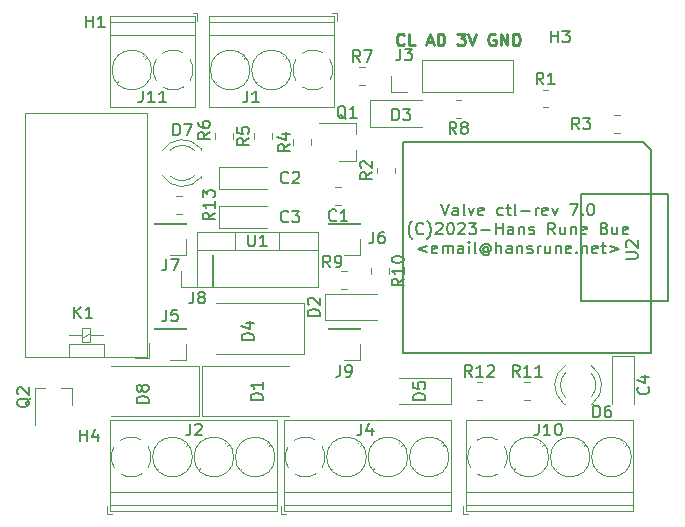
<source format=gto>
G04 #@! TF.GenerationSoftware,KiCad,Pcbnew,7.0.7*
G04 #@! TF.CreationDate,2023-10-16T19:16:16+02:00*
G04 #@! TF.ProjectId,WaterValve,57617465-7256-4616-9c76-652e6b696361,Rev 6.1*
G04 #@! TF.SameCoordinates,Original*
G04 #@! TF.FileFunction,Legend,Top*
G04 #@! TF.FilePolarity,Positive*
%FSLAX46Y46*%
G04 Gerber Fmt 4.6, Leading zero omitted, Abs format (unit mm)*
G04 Created by KiCad (PCBNEW 7.0.7) date 2023-10-16 19:16:16*
%MOMM*%
%LPD*%
G01*
G04 APERTURE LIST*
%ADD10C,0.150000*%
%ADD11C,0.250000*%
%ADD12C,0.120000*%
%ADD13C,0.127000*%
G04 APERTURE END LIST*
D10*
X172292189Y-97793819D02*
X172625522Y-98793819D01*
X172625522Y-98793819D02*
X172958855Y-97793819D01*
X173720760Y-98793819D02*
X173720760Y-98270009D01*
X173720760Y-98270009D02*
X173673141Y-98174771D01*
X173673141Y-98174771D02*
X173577903Y-98127152D01*
X173577903Y-98127152D02*
X173387427Y-98127152D01*
X173387427Y-98127152D02*
X173292189Y-98174771D01*
X173720760Y-98746200D02*
X173625522Y-98793819D01*
X173625522Y-98793819D02*
X173387427Y-98793819D01*
X173387427Y-98793819D02*
X173292189Y-98746200D01*
X173292189Y-98746200D02*
X173244570Y-98650961D01*
X173244570Y-98650961D02*
X173244570Y-98555723D01*
X173244570Y-98555723D02*
X173292189Y-98460485D01*
X173292189Y-98460485D02*
X173387427Y-98412866D01*
X173387427Y-98412866D02*
X173625522Y-98412866D01*
X173625522Y-98412866D02*
X173720760Y-98365247D01*
X174339808Y-98793819D02*
X174244570Y-98746200D01*
X174244570Y-98746200D02*
X174196951Y-98650961D01*
X174196951Y-98650961D02*
X174196951Y-97793819D01*
X174625523Y-98127152D02*
X174863618Y-98793819D01*
X174863618Y-98793819D02*
X175101713Y-98127152D01*
X175863618Y-98746200D02*
X175768380Y-98793819D01*
X175768380Y-98793819D02*
X175577904Y-98793819D01*
X175577904Y-98793819D02*
X175482666Y-98746200D01*
X175482666Y-98746200D02*
X175435047Y-98650961D01*
X175435047Y-98650961D02*
X175435047Y-98270009D01*
X175435047Y-98270009D02*
X175482666Y-98174771D01*
X175482666Y-98174771D02*
X175577904Y-98127152D01*
X175577904Y-98127152D02*
X175768380Y-98127152D01*
X175768380Y-98127152D02*
X175863618Y-98174771D01*
X175863618Y-98174771D02*
X175911237Y-98270009D01*
X175911237Y-98270009D02*
X175911237Y-98365247D01*
X175911237Y-98365247D02*
X175435047Y-98460485D01*
X177530285Y-98746200D02*
X177435047Y-98793819D01*
X177435047Y-98793819D02*
X177244571Y-98793819D01*
X177244571Y-98793819D02*
X177149333Y-98746200D01*
X177149333Y-98746200D02*
X177101714Y-98698580D01*
X177101714Y-98698580D02*
X177054095Y-98603342D01*
X177054095Y-98603342D02*
X177054095Y-98317628D01*
X177054095Y-98317628D02*
X177101714Y-98222390D01*
X177101714Y-98222390D02*
X177149333Y-98174771D01*
X177149333Y-98174771D02*
X177244571Y-98127152D01*
X177244571Y-98127152D02*
X177435047Y-98127152D01*
X177435047Y-98127152D02*
X177530285Y-98174771D01*
X177816000Y-98127152D02*
X178196952Y-98127152D01*
X177958857Y-97793819D02*
X177958857Y-98650961D01*
X177958857Y-98650961D02*
X178006476Y-98746200D01*
X178006476Y-98746200D02*
X178101714Y-98793819D01*
X178101714Y-98793819D02*
X178196952Y-98793819D01*
X178673143Y-98793819D02*
X178577905Y-98746200D01*
X178577905Y-98746200D02*
X178530286Y-98650961D01*
X178530286Y-98650961D02*
X178530286Y-97793819D01*
X179054096Y-98412866D02*
X179816001Y-98412866D01*
X180292191Y-98793819D02*
X180292191Y-98127152D01*
X180292191Y-98317628D02*
X180339810Y-98222390D01*
X180339810Y-98222390D02*
X180387429Y-98174771D01*
X180387429Y-98174771D02*
X180482667Y-98127152D01*
X180482667Y-98127152D02*
X180577905Y-98127152D01*
X181292191Y-98746200D02*
X181196953Y-98793819D01*
X181196953Y-98793819D02*
X181006477Y-98793819D01*
X181006477Y-98793819D02*
X180911239Y-98746200D01*
X180911239Y-98746200D02*
X180863620Y-98650961D01*
X180863620Y-98650961D02*
X180863620Y-98270009D01*
X180863620Y-98270009D02*
X180911239Y-98174771D01*
X180911239Y-98174771D02*
X181006477Y-98127152D01*
X181006477Y-98127152D02*
X181196953Y-98127152D01*
X181196953Y-98127152D02*
X181292191Y-98174771D01*
X181292191Y-98174771D02*
X181339810Y-98270009D01*
X181339810Y-98270009D02*
X181339810Y-98365247D01*
X181339810Y-98365247D02*
X180863620Y-98460485D01*
X181673144Y-98127152D02*
X181911239Y-98793819D01*
X181911239Y-98793819D02*
X182149334Y-98127152D01*
X183196954Y-97793819D02*
X183863620Y-97793819D01*
X183863620Y-97793819D02*
X183435049Y-98793819D01*
X184244573Y-98698580D02*
X184292192Y-98746200D01*
X184292192Y-98746200D02*
X184244573Y-98793819D01*
X184244573Y-98793819D02*
X184196954Y-98746200D01*
X184196954Y-98746200D02*
X184244573Y-98698580D01*
X184244573Y-98698580D02*
X184244573Y-98793819D01*
X184911239Y-97793819D02*
X185006477Y-97793819D01*
X185006477Y-97793819D02*
X185101715Y-97841438D01*
X185101715Y-97841438D02*
X185149334Y-97889057D01*
X185149334Y-97889057D02*
X185196953Y-97984295D01*
X185196953Y-97984295D02*
X185244572Y-98174771D01*
X185244572Y-98174771D02*
X185244572Y-98412866D01*
X185244572Y-98412866D02*
X185196953Y-98603342D01*
X185196953Y-98603342D02*
X185149334Y-98698580D01*
X185149334Y-98698580D02*
X185101715Y-98746200D01*
X185101715Y-98746200D02*
X185006477Y-98793819D01*
X185006477Y-98793819D02*
X184911239Y-98793819D01*
X184911239Y-98793819D02*
X184816001Y-98746200D01*
X184816001Y-98746200D02*
X184768382Y-98698580D01*
X184768382Y-98698580D02*
X184720763Y-98603342D01*
X184720763Y-98603342D02*
X184673144Y-98412866D01*
X184673144Y-98412866D02*
X184673144Y-98174771D01*
X184673144Y-98174771D02*
X184720763Y-97984295D01*
X184720763Y-97984295D02*
X184768382Y-97889057D01*
X184768382Y-97889057D02*
X184816001Y-97841438D01*
X184816001Y-97841438D02*
X184911239Y-97793819D01*
X169839808Y-100784771D02*
X169792189Y-100737152D01*
X169792189Y-100737152D02*
X169696951Y-100594295D01*
X169696951Y-100594295D02*
X169649332Y-100499057D01*
X169649332Y-100499057D02*
X169601713Y-100356200D01*
X169601713Y-100356200D02*
X169554094Y-100118104D01*
X169554094Y-100118104D02*
X169554094Y-99927628D01*
X169554094Y-99927628D02*
X169601713Y-99689533D01*
X169601713Y-99689533D02*
X169649332Y-99546676D01*
X169649332Y-99546676D02*
X169696951Y-99451438D01*
X169696951Y-99451438D02*
X169792189Y-99308580D01*
X169792189Y-99308580D02*
X169839808Y-99260961D01*
X170792189Y-100308580D02*
X170744570Y-100356200D01*
X170744570Y-100356200D02*
X170601713Y-100403819D01*
X170601713Y-100403819D02*
X170506475Y-100403819D01*
X170506475Y-100403819D02*
X170363618Y-100356200D01*
X170363618Y-100356200D02*
X170268380Y-100260961D01*
X170268380Y-100260961D02*
X170220761Y-100165723D01*
X170220761Y-100165723D02*
X170173142Y-99975247D01*
X170173142Y-99975247D02*
X170173142Y-99832390D01*
X170173142Y-99832390D02*
X170220761Y-99641914D01*
X170220761Y-99641914D02*
X170268380Y-99546676D01*
X170268380Y-99546676D02*
X170363618Y-99451438D01*
X170363618Y-99451438D02*
X170506475Y-99403819D01*
X170506475Y-99403819D02*
X170601713Y-99403819D01*
X170601713Y-99403819D02*
X170744570Y-99451438D01*
X170744570Y-99451438D02*
X170792189Y-99499057D01*
X171125523Y-100784771D02*
X171173142Y-100737152D01*
X171173142Y-100737152D02*
X171268380Y-100594295D01*
X171268380Y-100594295D02*
X171315999Y-100499057D01*
X171315999Y-100499057D02*
X171363618Y-100356200D01*
X171363618Y-100356200D02*
X171411237Y-100118104D01*
X171411237Y-100118104D02*
X171411237Y-99927628D01*
X171411237Y-99927628D02*
X171363618Y-99689533D01*
X171363618Y-99689533D02*
X171315999Y-99546676D01*
X171315999Y-99546676D02*
X171268380Y-99451438D01*
X171268380Y-99451438D02*
X171173142Y-99308580D01*
X171173142Y-99308580D02*
X171125523Y-99260961D01*
X171839809Y-99499057D02*
X171887428Y-99451438D01*
X171887428Y-99451438D02*
X171982666Y-99403819D01*
X171982666Y-99403819D02*
X172220761Y-99403819D01*
X172220761Y-99403819D02*
X172315999Y-99451438D01*
X172315999Y-99451438D02*
X172363618Y-99499057D01*
X172363618Y-99499057D02*
X172411237Y-99594295D01*
X172411237Y-99594295D02*
X172411237Y-99689533D01*
X172411237Y-99689533D02*
X172363618Y-99832390D01*
X172363618Y-99832390D02*
X171792190Y-100403819D01*
X171792190Y-100403819D02*
X172411237Y-100403819D01*
X173030285Y-99403819D02*
X173125523Y-99403819D01*
X173125523Y-99403819D02*
X173220761Y-99451438D01*
X173220761Y-99451438D02*
X173268380Y-99499057D01*
X173268380Y-99499057D02*
X173315999Y-99594295D01*
X173315999Y-99594295D02*
X173363618Y-99784771D01*
X173363618Y-99784771D02*
X173363618Y-100022866D01*
X173363618Y-100022866D02*
X173315999Y-100213342D01*
X173315999Y-100213342D02*
X173268380Y-100308580D01*
X173268380Y-100308580D02*
X173220761Y-100356200D01*
X173220761Y-100356200D02*
X173125523Y-100403819D01*
X173125523Y-100403819D02*
X173030285Y-100403819D01*
X173030285Y-100403819D02*
X172935047Y-100356200D01*
X172935047Y-100356200D02*
X172887428Y-100308580D01*
X172887428Y-100308580D02*
X172839809Y-100213342D01*
X172839809Y-100213342D02*
X172792190Y-100022866D01*
X172792190Y-100022866D02*
X172792190Y-99784771D01*
X172792190Y-99784771D02*
X172839809Y-99594295D01*
X172839809Y-99594295D02*
X172887428Y-99499057D01*
X172887428Y-99499057D02*
X172935047Y-99451438D01*
X172935047Y-99451438D02*
X173030285Y-99403819D01*
X173744571Y-99499057D02*
X173792190Y-99451438D01*
X173792190Y-99451438D02*
X173887428Y-99403819D01*
X173887428Y-99403819D02*
X174125523Y-99403819D01*
X174125523Y-99403819D02*
X174220761Y-99451438D01*
X174220761Y-99451438D02*
X174268380Y-99499057D01*
X174268380Y-99499057D02*
X174315999Y-99594295D01*
X174315999Y-99594295D02*
X174315999Y-99689533D01*
X174315999Y-99689533D02*
X174268380Y-99832390D01*
X174268380Y-99832390D02*
X173696952Y-100403819D01*
X173696952Y-100403819D02*
X174315999Y-100403819D01*
X174649333Y-99403819D02*
X175268380Y-99403819D01*
X175268380Y-99403819D02*
X174935047Y-99784771D01*
X174935047Y-99784771D02*
X175077904Y-99784771D01*
X175077904Y-99784771D02*
X175173142Y-99832390D01*
X175173142Y-99832390D02*
X175220761Y-99880009D01*
X175220761Y-99880009D02*
X175268380Y-99975247D01*
X175268380Y-99975247D02*
X175268380Y-100213342D01*
X175268380Y-100213342D02*
X175220761Y-100308580D01*
X175220761Y-100308580D02*
X175173142Y-100356200D01*
X175173142Y-100356200D02*
X175077904Y-100403819D01*
X175077904Y-100403819D02*
X174792190Y-100403819D01*
X174792190Y-100403819D02*
X174696952Y-100356200D01*
X174696952Y-100356200D02*
X174649333Y-100308580D01*
X175696952Y-100022866D02*
X176458857Y-100022866D01*
X176935047Y-100403819D02*
X176935047Y-99403819D01*
X176935047Y-99880009D02*
X177506475Y-99880009D01*
X177506475Y-100403819D02*
X177506475Y-99403819D01*
X178411237Y-100403819D02*
X178411237Y-99880009D01*
X178411237Y-99880009D02*
X178363618Y-99784771D01*
X178363618Y-99784771D02*
X178268380Y-99737152D01*
X178268380Y-99737152D02*
X178077904Y-99737152D01*
X178077904Y-99737152D02*
X177982666Y-99784771D01*
X178411237Y-100356200D02*
X178315999Y-100403819D01*
X178315999Y-100403819D02*
X178077904Y-100403819D01*
X178077904Y-100403819D02*
X177982666Y-100356200D01*
X177982666Y-100356200D02*
X177935047Y-100260961D01*
X177935047Y-100260961D02*
X177935047Y-100165723D01*
X177935047Y-100165723D02*
X177982666Y-100070485D01*
X177982666Y-100070485D02*
X178077904Y-100022866D01*
X178077904Y-100022866D02*
X178315999Y-100022866D01*
X178315999Y-100022866D02*
X178411237Y-99975247D01*
X178887428Y-99737152D02*
X178887428Y-100403819D01*
X178887428Y-99832390D02*
X178935047Y-99784771D01*
X178935047Y-99784771D02*
X179030285Y-99737152D01*
X179030285Y-99737152D02*
X179173142Y-99737152D01*
X179173142Y-99737152D02*
X179268380Y-99784771D01*
X179268380Y-99784771D02*
X179315999Y-99880009D01*
X179315999Y-99880009D02*
X179315999Y-100403819D01*
X179744571Y-100356200D02*
X179839809Y-100403819D01*
X179839809Y-100403819D02*
X180030285Y-100403819D01*
X180030285Y-100403819D02*
X180125523Y-100356200D01*
X180125523Y-100356200D02*
X180173142Y-100260961D01*
X180173142Y-100260961D02*
X180173142Y-100213342D01*
X180173142Y-100213342D02*
X180125523Y-100118104D01*
X180125523Y-100118104D02*
X180030285Y-100070485D01*
X180030285Y-100070485D02*
X179887428Y-100070485D01*
X179887428Y-100070485D02*
X179792190Y-100022866D01*
X179792190Y-100022866D02*
X179744571Y-99927628D01*
X179744571Y-99927628D02*
X179744571Y-99880009D01*
X179744571Y-99880009D02*
X179792190Y-99784771D01*
X179792190Y-99784771D02*
X179887428Y-99737152D01*
X179887428Y-99737152D02*
X180030285Y-99737152D01*
X180030285Y-99737152D02*
X180125523Y-99784771D01*
X181935047Y-100403819D02*
X181601714Y-99927628D01*
X181363619Y-100403819D02*
X181363619Y-99403819D01*
X181363619Y-99403819D02*
X181744571Y-99403819D01*
X181744571Y-99403819D02*
X181839809Y-99451438D01*
X181839809Y-99451438D02*
X181887428Y-99499057D01*
X181887428Y-99499057D02*
X181935047Y-99594295D01*
X181935047Y-99594295D02*
X181935047Y-99737152D01*
X181935047Y-99737152D02*
X181887428Y-99832390D01*
X181887428Y-99832390D02*
X181839809Y-99880009D01*
X181839809Y-99880009D02*
X181744571Y-99927628D01*
X181744571Y-99927628D02*
X181363619Y-99927628D01*
X182792190Y-99737152D02*
X182792190Y-100403819D01*
X182363619Y-99737152D02*
X182363619Y-100260961D01*
X182363619Y-100260961D02*
X182411238Y-100356200D01*
X182411238Y-100356200D02*
X182506476Y-100403819D01*
X182506476Y-100403819D02*
X182649333Y-100403819D01*
X182649333Y-100403819D02*
X182744571Y-100356200D01*
X182744571Y-100356200D02*
X182792190Y-100308580D01*
X183268381Y-99737152D02*
X183268381Y-100403819D01*
X183268381Y-99832390D02*
X183316000Y-99784771D01*
X183316000Y-99784771D02*
X183411238Y-99737152D01*
X183411238Y-99737152D02*
X183554095Y-99737152D01*
X183554095Y-99737152D02*
X183649333Y-99784771D01*
X183649333Y-99784771D02*
X183696952Y-99880009D01*
X183696952Y-99880009D02*
X183696952Y-100403819D01*
X184554095Y-100356200D02*
X184458857Y-100403819D01*
X184458857Y-100403819D02*
X184268381Y-100403819D01*
X184268381Y-100403819D02*
X184173143Y-100356200D01*
X184173143Y-100356200D02*
X184125524Y-100260961D01*
X184125524Y-100260961D02*
X184125524Y-99880009D01*
X184125524Y-99880009D02*
X184173143Y-99784771D01*
X184173143Y-99784771D02*
X184268381Y-99737152D01*
X184268381Y-99737152D02*
X184458857Y-99737152D01*
X184458857Y-99737152D02*
X184554095Y-99784771D01*
X184554095Y-99784771D02*
X184601714Y-99880009D01*
X184601714Y-99880009D02*
X184601714Y-99975247D01*
X184601714Y-99975247D02*
X184125524Y-100070485D01*
X186125524Y-99880009D02*
X186268381Y-99927628D01*
X186268381Y-99927628D02*
X186316000Y-99975247D01*
X186316000Y-99975247D02*
X186363619Y-100070485D01*
X186363619Y-100070485D02*
X186363619Y-100213342D01*
X186363619Y-100213342D02*
X186316000Y-100308580D01*
X186316000Y-100308580D02*
X186268381Y-100356200D01*
X186268381Y-100356200D02*
X186173143Y-100403819D01*
X186173143Y-100403819D02*
X185792191Y-100403819D01*
X185792191Y-100403819D02*
X185792191Y-99403819D01*
X185792191Y-99403819D02*
X186125524Y-99403819D01*
X186125524Y-99403819D02*
X186220762Y-99451438D01*
X186220762Y-99451438D02*
X186268381Y-99499057D01*
X186268381Y-99499057D02*
X186316000Y-99594295D01*
X186316000Y-99594295D02*
X186316000Y-99689533D01*
X186316000Y-99689533D02*
X186268381Y-99784771D01*
X186268381Y-99784771D02*
X186220762Y-99832390D01*
X186220762Y-99832390D02*
X186125524Y-99880009D01*
X186125524Y-99880009D02*
X185792191Y-99880009D01*
X187220762Y-99737152D02*
X187220762Y-100403819D01*
X186792191Y-99737152D02*
X186792191Y-100260961D01*
X186792191Y-100260961D02*
X186839810Y-100356200D01*
X186839810Y-100356200D02*
X186935048Y-100403819D01*
X186935048Y-100403819D02*
X187077905Y-100403819D01*
X187077905Y-100403819D02*
X187173143Y-100356200D01*
X187173143Y-100356200D02*
X187220762Y-100308580D01*
X188077905Y-100356200D02*
X187982667Y-100403819D01*
X187982667Y-100403819D02*
X187792191Y-100403819D01*
X187792191Y-100403819D02*
X187696953Y-100356200D01*
X187696953Y-100356200D02*
X187649334Y-100260961D01*
X187649334Y-100260961D02*
X187649334Y-99880009D01*
X187649334Y-99880009D02*
X187696953Y-99784771D01*
X187696953Y-99784771D02*
X187792191Y-99737152D01*
X187792191Y-99737152D02*
X187982667Y-99737152D01*
X187982667Y-99737152D02*
X188077905Y-99784771D01*
X188077905Y-99784771D02*
X188125524Y-99880009D01*
X188125524Y-99880009D02*
X188125524Y-99975247D01*
X188125524Y-99975247D02*
X187649334Y-100070485D01*
X171077905Y-101347152D02*
X170316000Y-101632866D01*
X170316000Y-101632866D02*
X171077905Y-101918580D01*
X171935047Y-101966200D02*
X171839809Y-102013819D01*
X171839809Y-102013819D02*
X171649333Y-102013819D01*
X171649333Y-102013819D02*
X171554095Y-101966200D01*
X171554095Y-101966200D02*
X171506476Y-101870961D01*
X171506476Y-101870961D02*
X171506476Y-101490009D01*
X171506476Y-101490009D02*
X171554095Y-101394771D01*
X171554095Y-101394771D02*
X171649333Y-101347152D01*
X171649333Y-101347152D02*
X171839809Y-101347152D01*
X171839809Y-101347152D02*
X171935047Y-101394771D01*
X171935047Y-101394771D02*
X171982666Y-101490009D01*
X171982666Y-101490009D02*
X171982666Y-101585247D01*
X171982666Y-101585247D02*
X171506476Y-101680485D01*
X172411238Y-102013819D02*
X172411238Y-101347152D01*
X172411238Y-101442390D02*
X172458857Y-101394771D01*
X172458857Y-101394771D02*
X172554095Y-101347152D01*
X172554095Y-101347152D02*
X172696952Y-101347152D01*
X172696952Y-101347152D02*
X172792190Y-101394771D01*
X172792190Y-101394771D02*
X172839809Y-101490009D01*
X172839809Y-101490009D02*
X172839809Y-102013819D01*
X172839809Y-101490009D02*
X172887428Y-101394771D01*
X172887428Y-101394771D02*
X172982666Y-101347152D01*
X172982666Y-101347152D02*
X173125523Y-101347152D01*
X173125523Y-101347152D02*
X173220762Y-101394771D01*
X173220762Y-101394771D02*
X173268381Y-101490009D01*
X173268381Y-101490009D02*
X173268381Y-102013819D01*
X174173142Y-102013819D02*
X174173142Y-101490009D01*
X174173142Y-101490009D02*
X174125523Y-101394771D01*
X174125523Y-101394771D02*
X174030285Y-101347152D01*
X174030285Y-101347152D02*
X173839809Y-101347152D01*
X173839809Y-101347152D02*
X173744571Y-101394771D01*
X174173142Y-101966200D02*
X174077904Y-102013819D01*
X174077904Y-102013819D02*
X173839809Y-102013819D01*
X173839809Y-102013819D02*
X173744571Y-101966200D01*
X173744571Y-101966200D02*
X173696952Y-101870961D01*
X173696952Y-101870961D02*
X173696952Y-101775723D01*
X173696952Y-101775723D02*
X173744571Y-101680485D01*
X173744571Y-101680485D02*
X173839809Y-101632866D01*
X173839809Y-101632866D02*
X174077904Y-101632866D01*
X174077904Y-101632866D02*
X174173142Y-101585247D01*
X174649333Y-102013819D02*
X174649333Y-101347152D01*
X174649333Y-101013819D02*
X174601714Y-101061438D01*
X174601714Y-101061438D02*
X174649333Y-101109057D01*
X174649333Y-101109057D02*
X174696952Y-101061438D01*
X174696952Y-101061438D02*
X174649333Y-101013819D01*
X174649333Y-101013819D02*
X174649333Y-101109057D01*
X175268380Y-102013819D02*
X175173142Y-101966200D01*
X175173142Y-101966200D02*
X175125523Y-101870961D01*
X175125523Y-101870961D02*
X175125523Y-101013819D01*
X176268380Y-101537628D02*
X176220761Y-101490009D01*
X176220761Y-101490009D02*
X176125523Y-101442390D01*
X176125523Y-101442390D02*
X176030285Y-101442390D01*
X176030285Y-101442390D02*
X175935047Y-101490009D01*
X175935047Y-101490009D02*
X175887428Y-101537628D01*
X175887428Y-101537628D02*
X175839809Y-101632866D01*
X175839809Y-101632866D02*
X175839809Y-101728104D01*
X175839809Y-101728104D02*
X175887428Y-101823342D01*
X175887428Y-101823342D02*
X175935047Y-101870961D01*
X175935047Y-101870961D02*
X176030285Y-101918580D01*
X176030285Y-101918580D02*
X176125523Y-101918580D01*
X176125523Y-101918580D02*
X176220761Y-101870961D01*
X176220761Y-101870961D02*
X176268380Y-101823342D01*
X176268380Y-101442390D02*
X176268380Y-101823342D01*
X176268380Y-101823342D02*
X176315999Y-101870961D01*
X176315999Y-101870961D02*
X176363618Y-101870961D01*
X176363618Y-101870961D02*
X176458857Y-101823342D01*
X176458857Y-101823342D02*
X176506476Y-101728104D01*
X176506476Y-101728104D02*
X176506476Y-101490009D01*
X176506476Y-101490009D02*
X176411238Y-101347152D01*
X176411238Y-101347152D02*
X176268380Y-101251914D01*
X176268380Y-101251914D02*
X176077904Y-101204295D01*
X176077904Y-101204295D02*
X175887428Y-101251914D01*
X175887428Y-101251914D02*
X175744571Y-101347152D01*
X175744571Y-101347152D02*
X175649333Y-101490009D01*
X175649333Y-101490009D02*
X175601714Y-101680485D01*
X175601714Y-101680485D02*
X175649333Y-101870961D01*
X175649333Y-101870961D02*
X175744571Y-102013819D01*
X175744571Y-102013819D02*
X175887428Y-102109057D01*
X175887428Y-102109057D02*
X176077904Y-102156676D01*
X176077904Y-102156676D02*
X176268380Y-102109057D01*
X176268380Y-102109057D02*
X176411238Y-102013819D01*
X176935047Y-102013819D02*
X176935047Y-101013819D01*
X177363618Y-102013819D02*
X177363618Y-101490009D01*
X177363618Y-101490009D02*
X177315999Y-101394771D01*
X177315999Y-101394771D02*
X177220761Y-101347152D01*
X177220761Y-101347152D02*
X177077904Y-101347152D01*
X177077904Y-101347152D02*
X176982666Y-101394771D01*
X176982666Y-101394771D02*
X176935047Y-101442390D01*
X178268380Y-102013819D02*
X178268380Y-101490009D01*
X178268380Y-101490009D02*
X178220761Y-101394771D01*
X178220761Y-101394771D02*
X178125523Y-101347152D01*
X178125523Y-101347152D02*
X177935047Y-101347152D01*
X177935047Y-101347152D02*
X177839809Y-101394771D01*
X178268380Y-101966200D02*
X178173142Y-102013819D01*
X178173142Y-102013819D02*
X177935047Y-102013819D01*
X177935047Y-102013819D02*
X177839809Y-101966200D01*
X177839809Y-101966200D02*
X177792190Y-101870961D01*
X177792190Y-101870961D02*
X177792190Y-101775723D01*
X177792190Y-101775723D02*
X177839809Y-101680485D01*
X177839809Y-101680485D02*
X177935047Y-101632866D01*
X177935047Y-101632866D02*
X178173142Y-101632866D01*
X178173142Y-101632866D02*
X178268380Y-101585247D01*
X178744571Y-101347152D02*
X178744571Y-102013819D01*
X178744571Y-101442390D02*
X178792190Y-101394771D01*
X178792190Y-101394771D02*
X178887428Y-101347152D01*
X178887428Y-101347152D02*
X179030285Y-101347152D01*
X179030285Y-101347152D02*
X179125523Y-101394771D01*
X179125523Y-101394771D02*
X179173142Y-101490009D01*
X179173142Y-101490009D02*
X179173142Y-102013819D01*
X179601714Y-101966200D02*
X179696952Y-102013819D01*
X179696952Y-102013819D02*
X179887428Y-102013819D01*
X179887428Y-102013819D02*
X179982666Y-101966200D01*
X179982666Y-101966200D02*
X180030285Y-101870961D01*
X180030285Y-101870961D02*
X180030285Y-101823342D01*
X180030285Y-101823342D02*
X179982666Y-101728104D01*
X179982666Y-101728104D02*
X179887428Y-101680485D01*
X179887428Y-101680485D02*
X179744571Y-101680485D01*
X179744571Y-101680485D02*
X179649333Y-101632866D01*
X179649333Y-101632866D02*
X179601714Y-101537628D01*
X179601714Y-101537628D02*
X179601714Y-101490009D01*
X179601714Y-101490009D02*
X179649333Y-101394771D01*
X179649333Y-101394771D02*
X179744571Y-101347152D01*
X179744571Y-101347152D02*
X179887428Y-101347152D01*
X179887428Y-101347152D02*
X179982666Y-101394771D01*
X180458857Y-102013819D02*
X180458857Y-101347152D01*
X180458857Y-101537628D02*
X180506476Y-101442390D01*
X180506476Y-101442390D02*
X180554095Y-101394771D01*
X180554095Y-101394771D02*
X180649333Y-101347152D01*
X180649333Y-101347152D02*
X180744571Y-101347152D01*
X181506476Y-101347152D02*
X181506476Y-102013819D01*
X181077905Y-101347152D02*
X181077905Y-101870961D01*
X181077905Y-101870961D02*
X181125524Y-101966200D01*
X181125524Y-101966200D02*
X181220762Y-102013819D01*
X181220762Y-102013819D02*
X181363619Y-102013819D01*
X181363619Y-102013819D02*
X181458857Y-101966200D01*
X181458857Y-101966200D02*
X181506476Y-101918580D01*
X181982667Y-101347152D02*
X181982667Y-102013819D01*
X181982667Y-101442390D02*
X182030286Y-101394771D01*
X182030286Y-101394771D02*
X182125524Y-101347152D01*
X182125524Y-101347152D02*
X182268381Y-101347152D01*
X182268381Y-101347152D02*
X182363619Y-101394771D01*
X182363619Y-101394771D02*
X182411238Y-101490009D01*
X182411238Y-101490009D02*
X182411238Y-102013819D01*
X183268381Y-101966200D02*
X183173143Y-102013819D01*
X183173143Y-102013819D02*
X182982667Y-102013819D01*
X182982667Y-102013819D02*
X182887429Y-101966200D01*
X182887429Y-101966200D02*
X182839810Y-101870961D01*
X182839810Y-101870961D02*
X182839810Y-101490009D01*
X182839810Y-101490009D02*
X182887429Y-101394771D01*
X182887429Y-101394771D02*
X182982667Y-101347152D01*
X182982667Y-101347152D02*
X183173143Y-101347152D01*
X183173143Y-101347152D02*
X183268381Y-101394771D01*
X183268381Y-101394771D02*
X183316000Y-101490009D01*
X183316000Y-101490009D02*
X183316000Y-101585247D01*
X183316000Y-101585247D02*
X182839810Y-101680485D01*
X183744572Y-101918580D02*
X183792191Y-101966200D01*
X183792191Y-101966200D02*
X183744572Y-102013819D01*
X183744572Y-102013819D02*
X183696953Y-101966200D01*
X183696953Y-101966200D02*
X183744572Y-101918580D01*
X183744572Y-101918580D02*
X183744572Y-102013819D01*
X184220762Y-101347152D02*
X184220762Y-102013819D01*
X184220762Y-101442390D02*
X184268381Y-101394771D01*
X184268381Y-101394771D02*
X184363619Y-101347152D01*
X184363619Y-101347152D02*
X184506476Y-101347152D01*
X184506476Y-101347152D02*
X184601714Y-101394771D01*
X184601714Y-101394771D02*
X184649333Y-101490009D01*
X184649333Y-101490009D02*
X184649333Y-102013819D01*
X185506476Y-101966200D02*
X185411238Y-102013819D01*
X185411238Y-102013819D02*
X185220762Y-102013819D01*
X185220762Y-102013819D02*
X185125524Y-101966200D01*
X185125524Y-101966200D02*
X185077905Y-101870961D01*
X185077905Y-101870961D02*
X185077905Y-101490009D01*
X185077905Y-101490009D02*
X185125524Y-101394771D01*
X185125524Y-101394771D02*
X185220762Y-101347152D01*
X185220762Y-101347152D02*
X185411238Y-101347152D01*
X185411238Y-101347152D02*
X185506476Y-101394771D01*
X185506476Y-101394771D02*
X185554095Y-101490009D01*
X185554095Y-101490009D02*
X185554095Y-101585247D01*
X185554095Y-101585247D02*
X185077905Y-101680485D01*
X185839810Y-101347152D02*
X186220762Y-101347152D01*
X185982667Y-101013819D02*
X185982667Y-101870961D01*
X185982667Y-101870961D02*
X186030286Y-101966200D01*
X186030286Y-101966200D02*
X186125524Y-102013819D01*
X186125524Y-102013819D02*
X186220762Y-102013819D01*
X186554096Y-101347152D02*
X187316001Y-101632866D01*
X187316001Y-101632866D02*
X186554096Y-101918580D01*
D11*
X169140761Y-84301380D02*
X169093142Y-84349000D01*
X169093142Y-84349000D02*
X168950285Y-84396619D01*
X168950285Y-84396619D02*
X168855047Y-84396619D01*
X168855047Y-84396619D02*
X168712190Y-84349000D01*
X168712190Y-84349000D02*
X168616952Y-84253761D01*
X168616952Y-84253761D02*
X168569333Y-84158523D01*
X168569333Y-84158523D02*
X168521714Y-83968047D01*
X168521714Y-83968047D02*
X168521714Y-83825190D01*
X168521714Y-83825190D02*
X168569333Y-83634714D01*
X168569333Y-83634714D02*
X168616952Y-83539476D01*
X168616952Y-83539476D02*
X168712190Y-83444238D01*
X168712190Y-83444238D02*
X168855047Y-83396619D01*
X168855047Y-83396619D02*
X168950285Y-83396619D01*
X168950285Y-83396619D02*
X169093142Y-83444238D01*
X169093142Y-83444238D02*
X169140761Y-83491857D01*
X170045523Y-84396619D02*
X169569333Y-84396619D01*
X169569333Y-84396619D02*
X169569333Y-83396619D01*
X171093143Y-84110904D02*
X171569333Y-84110904D01*
X170997905Y-84396619D02*
X171331238Y-83396619D01*
X171331238Y-83396619D02*
X171664571Y-84396619D01*
X171997905Y-84396619D02*
X171997905Y-83396619D01*
X171997905Y-83396619D02*
X172236000Y-83396619D01*
X172236000Y-83396619D02*
X172378857Y-83444238D01*
X172378857Y-83444238D02*
X172474095Y-83539476D01*
X172474095Y-83539476D02*
X172521714Y-83634714D01*
X172521714Y-83634714D02*
X172569333Y-83825190D01*
X172569333Y-83825190D02*
X172569333Y-83968047D01*
X172569333Y-83968047D02*
X172521714Y-84158523D01*
X172521714Y-84158523D02*
X172474095Y-84253761D01*
X172474095Y-84253761D02*
X172378857Y-84349000D01*
X172378857Y-84349000D02*
X172236000Y-84396619D01*
X172236000Y-84396619D02*
X171997905Y-84396619D01*
X173664572Y-83396619D02*
X174283619Y-83396619D01*
X174283619Y-83396619D02*
X173950286Y-83777571D01*
X173950286Y-83777571D02*
X174093143Y-83777571D01*
X174093143Y-83777571D02*
X174188381Y-83825190D01*
X174188381Y-83825190D02*
X174236000Y-83872809D01*
X174236000Y-83872809D02*
X174283619Y-83968047D01*
X174283619Y-83968047D02*
X174283619Y-84206142D01*
X174283619Y-84206142D02*
X174236000Y-84301380D01*
X174236000Y-84301380D02*
X174188381Y-84349000D01*
X174188381Y-84349000D02*
X174093143Y-84396619D01*
X174093143Y-84396619D02*
X173807429Y-84396619D01*
X173807429Y-84396619D02*
X173712191Y-84349000D01*
X173712191Y-84349000D02*
X173664572Y-84301380D01*
X174569334Y-83396619D02*
X174902667Y-84396619D01*
X174902667Y-84396619D02*
X175236000Y-83396619D01*
X176855048Y-83444238D02*
X176759810Y-83396619D01*
X176759810Y-83396619D02*
X176616953Y-83396619D01*
X176616953Y-83396619D02*
X176474096Y-83444238D01*
X176474096Y-83444238D02*
X176378858Y-83539476D01*
X176378858Y-83539476D02*
X176331239Y-83634714D01*
X176331239Y-83634714D02*
X176283620Y-83825190D01*
X176283620Y-83825190D02*
X176283620Y-83968047D01*
X176283620Y-83968047D02*
X176331239Y-84158523D01*
X176331239Y-84158523D02*
X176378858Y-84253761D01*
X176378858Y-84253761D02*
X176474096Y-84349000D01*
X176474096Y-84349000D02*
X176616953Y-84396619D01*
X176616953Y-84396619D02*
X176712191Y-84396619D01*
X176712191Y-84396619D02*
X176855048Y-84349000D01*
X176855048Y-84349000D02*
X176902667Y-84301380D01*
X176902667Y-84301380D02*
X176902667Y-83968047D01*
X176902667Y-83968047D02*
X176712191Y-83968047D01*
X177331239Y-84396619D02*
X177331239Y-83396619D01*
X177331239Y-83396619D02*
X177902667Y-84396619D01*
X177902667Y-84396619D02*
X177902667Y-83396619D01*
X178378858Y-84396619D02*
X178378858Y-83396619D01*
X178378858Y-83396619D02*
X178616953Y-83396619D01*
X178616953Y-83396619D02*
X178759810Y-83444238D01*
X178759810Y-83444238D02*
X178855048Y-83539476D01*
X178855048Y-83539476D02*
X178902667Y-83634714D01*
X178902667Y-83634714D02*
X178950286Y-83825190D01*
X178950286Y-83825190D02*
X178950286Y-83968047D01*
X178950286Y-83968047D02*
X178902667Y-84158523D01*
X178902667Y-84158523D02*
X178855048Y-84253761D01*
X178855048Y-84253761D02*
X178759810Y-84349000D01*
X178759810Y-84349000D02*
X178616953Y-84396619D01*
X178616953Y-84396619D02*
X178378858Y-84396619D01*
D10*
X149629905Y-92021819D02*
X149629905Y-91021819D01*
X149629905Y-91021819D02*
X149868000Y-91021819D01*
X149868000Y-91021819D02*
X150010857Y-91069438D01*
X150010857Y-91069438D02*
X150106095Y-91164676D01*
X150106095Y-91164676D02*
X150153714Y-91259914D01*
X150153714Y-91259914D02*
X150201333Y-91450390D01*
X150201333Y-91450390D02*
X150201333Y-91593247D01*
X150201333Y-91593247D02*
X150153714Y-91783723D01*
X150153714Y-91783723D02*
X150106095Y-91878961D01*
X150106095Y-91878961D02*
X150010857Y-91974200D01*
X150010857Y-91974200D02*
X149868000Y-92021819D01*
X149868000Y-92021819D02*
X149629905Y-92021819D01*
X150534667Y-91021819D02*
X151201333Y-91021819D01*
X151201333Y-91021819D02*
X150772762Y-92021819D01*
X173585333Y-91893819D02*
X173252000Y-91417628D01*
X173013905Y-91893819D02*
X173013905Y-90893819D01*
X173013905Y-90893819D02*
X173394857Y-90893819D01*
X173394857Y-90893819D02*
X173490095Y-90941438D01*
X173490095Y-90941438D02*
X173537714Y-90989057D01*
X173537714Y-90989057D02*
X173585333Y-91084295D01*
X173585333Y-91084295D02*
X173585333Y-91227152D01*
X173585333Y-91227152D02*
X173537714Y-91322390D01*
X173537714Y-91322390D02*
X173490095Y-91370009D01*
X173490095Y-91370009D02*
X173394857Y-91417628D01*
X173394857Y-91417628D02*
X173013905Y-91417628D01*
X174156762Y-91322390D02*
X174061524Y-91274771D01*
X174061524Y-91274771D02*
X174013905Y-91227152D01*
X174013905Y-91227152D02*
X173966286Y-91131914D01*
X173966286Y-91131914D02*
X173966286Y-91084295D01*
X173966286Y-91084295D02*
X174013905Y-90989057D01*
X174013905Y-90989057D02*
X174061524Y-90941438D01*
X174061524Y-90941438D02*
X174156762Y-90893819D01*
X174156762Y-90893819D02*
X174347238Y-90893819D01*
X174347238Y-90893819D02*
X174442476Y-90941438D01*
X174442476Y-90941438D02*
X174490095Y-90989057D01*
X174490095Y-90989057D02*
X174537714Y-91084295D01*
X174537714Y-91084295D02*
X174537714Y-91131914D01*
X174537714Y-91131914D02*
X174490095Y-91227152D01*
X174490095Y-91227152D02*
X174442476Y-91274771D01*
X174442476Y-91274771D02*
X174347238Y-91322390D01*
X174347238Y-91322390D02*
X174156762Y-91322390D01*
X174156762Y-91322390D02*
X174061524Y-91370009D01*
X174061524Y-91370009D02*
X174013905Y-91417628D01*
X174013905Y-91417628D02*
X173966286Y-91512866D01*
X173966286Y-91512866D02*
X173966286Y-91703342D01*
X173966286Y-91703342D02*
X174013905Y-91798580D01*
X174013905Y-91798580D02*
X174061524Y-91846200D01*
X174061524Y-91846200D02*
X174156762Y-91893819D01*
X174156762Y-91893819D02*
X174347238Y-91893819D01*
X174347238Y-91893819D02*
X174442476Y-91846200D01*
X174442476Y-91846200D02*
X174490095Y-91798580D01*
X174490095Y-91798580D02*
X174537714Y-91703342D01*
X174537714Y-91703342D02*
X174537714Y-91512866D01*
X174537714Y-91512866D02*
X174490095Y-91417628D01*
X174490095Y-91417628D02*
X174442476Y-91370009D01*
X174442476Y-91370009D02*
X174347238Y-91322390D01*
X161998819Y-107291094D02*
X160998819Y-107291094D01*
X160998819Y-107291094D02*
X160998819Y-107052999D01*
X160998819Y-107052999D02*
X161046438Y-106910142D01*
X161046438Y-106910142D02*
X161141676Y-106814904D01*
X161141676Y-106814904D02*
X161236914Y-106767285D01*
X161236914Y-106767285D02*
X161427390Y-106719666D01*
X161427390Y-106719666D02*
X161570247Y-106719666D01*
X161570247Y-106719666D02*
X161760723Y-106767285D01*
X161760723Y-106767285D02*
X161855961Y-106814904D01*
X161855961Y-106814904D02*
X161951200Y-106910142D01*
X161951200Y-106910142D02*
X161998819Y-107052999D01*
X161998819Y-107052999D02*
X161998819Y-107291094D01*
X161094057Y-106338713D02*
X161046438Y-106291094D01*
X161046438Y-106291094D02*
X160998819Y-106195856D01*
X160998819Y-106195856D02*
X160998819Y-105957761D01*
X160998819Y-105957761D02*
X161046438Y-105862523D01*
X161046438Y-105862523D02*
X161094057Y-105814904D01*
X161094057Y-105814904D02*
X161189295Y-105767285D01*
X161189295Y-105767285D02*
X161284533Y-105767285D01*
X161284533Y-105767285D02*
X161427390Y-105814904D01*
X161427390Y-105814904D02*
X161998819Y-106386332D01*
X161998819Y-106386332D02*
X161998819Y-105767285D01*
X163750666Y-111456819D02*
X163750666Y-112171104D01*
X163750666Y-112171104D02*
X163703047Y-112313961D01*
X163703047Y-112313961D02*
X163607809Y-112409200D01*
X163607809Y-112409200D02*
X163464952Y-112456819D01*
X163464952Y-112456819D02*
X163369714Y-112456819D01*
X164274476Y-112456819D02*
X164464952Y-112456819D01*
X164464952Y-112456819D02*
X164560190Y-112409200D01*
X164560190Y-112409200D02*
X164607809Y-112361580D01*
X164607809Y-112361580D02*
X164703047Y-112218723D01*
X164703047Y-112218723D02*
X164750666Y-112028247D01*
X164750666Y-112028247D02*
X164750666Y-111647295D01*
X164750666Y-111647295D02*
X164703047Y-111552057D01*
X164703047Y-111552057D02*
X164655428Y-111504438D01*
X164655428Y-111504438D02*
X164560190Y-111456819D01*
X164560190Y-111456819D02*
X164369714Y-111456819D01*
X164369714Y-111456819D02*
X164274476Y-111504438D01*
X164274476Y-111504438D02*
X164226857Y-111552057D01*
X164226857Y-111552057D02*
X164179238Y-111647295D01*
X164179238Y-111647295D02*
X164179238Y-111885390D01*
X164179238Y-111885390D02*
X164226857Y-111980628D01*
X164226857Y-111980628D02*
X164274476Y-112028247D01*
X164274476Y-112028247D02*
X164369714Y-112075866D01*
X164369714Y-112075866D02*
X164560190Y-112075866D01*
X164560190Y-112075866D02*
X164655428Y-112028247D01*
X164655428Y-112028247D02*
X164703047Y-111980628D01*
X164703047Y-111980628D02*
X164750666Y-111885390D01*
X159345333Y-95990580D02*
X159297714Y-96038200D01*
X159297714Y-96038200D02*
X159154857Y-96085819D01*
X159154857Y-96085819D02*
X159059619Y-96085819D01*
X159059619Y-96085819D02*
X158916762Y-96038200D01*
X158916762Y-96038200D02*
X158821524Y-95942961D01*
X158821524Y-95942961D02*
X158773905Y-95847723D01*
X158773905Y-95847723D02*
X158726286Y-95657247D01*
X158726286Y-95657247D02*
X158726286Y-95514390D01*
X158726286Y-95514390D02*
X158773905Y-95323914D01*
X158773905Y-95323914D02*
X158821524Y-95228676D01*
X158821524Y-95228676D02*
X158916762Y-95133438D01*
X158916762Y-95133438D02*
X159059619Y-95085819D01*
X159059619Y-95085819D02*
X159154857Y-95085819D01*
X159154857Y-95085819D02*
X159297714Y-95133438D01*
X159297714Y-95133438D02*
X159345333Y-95181057D01*
X159726286Y-95181057D02*
X159773905Y-95133438D01*
X159773905Y-95133438D02*
X159869143Y-95085819D01*
X159869143Y-95085819D02*
X160107238Y-95085819D01*
X160107238Y-95085819D02*
X160202476Y-95133438D01*
X160202476Y-95133438D02*
X160250095Y-95181057D01*
X160250095Y-95181057D02*
X160297714Y-95276295D01*
X160297714Y-95276295D02*
X160297714Y-95371533D01*
X160297714Y-95371533D02*
X160250095Y-95514390D01*
X160250095Y-95514390D02*
X159678667Y-96085819D01*
X159678667Y-96085819D02*
X160297714Y-96085819D01*
X180951333Y-87704819D02*
X180618000Y-87228628D01*
X180379905Y-87704819D02*
X180379905Y-86704819D01*
X180379905Y-86704819D02*
X180760857Y-86704819D01*
X180760857Y-86704819D02*
X180856095Y-86752438D01*
X180856095Y-86752438D02*
X180903714Y-86800057D01*
X180903714Y-86800057D02*
X180951333Y-86895295D01*
X180951333Y-86895295D02*
X180951333Y-87038152D01*
X180951333Y-87038152D02*
X180903714Y-87133390D01*
X180903714Y-87133390D02*
X180856095Y-87181009D01*
X180856095Y-87181009D02*
X180760857Y-87228628D01*
X180760857Y-87228628D02*
X180379905Y-87228628D01*
X181903714Y-87704819D02*
X181332286Y-87704819D01*
X181618000Y-87704819D02*
X181618000Y-86704819D01*
X181618000Y-86704819D02*
X181522762Y-86847676D01*
X181522762Y-86847676D02*
X181427524Y-86942914D01*
X181427524Y-86942914D02*
X181332286Y-86990533D01*
X168171905Y-90751819D02*
X168171905Y-89751819D01*
X168171905Y-89751819D02*
X168410000Y-89751819D01*
X168410000Y-89751819D02*
X168552857Y-89799438D01*
X168552857Y-89799438D02*
X168648095Y-89894676D01*
X168648095Y-89894676D02*
X168695714Y-89989914D01*
X168695714Y-89989914D02*
X168743333Y-90180390D01*
X168743333Y-90180390D02*
X168743333Y-90323247D01*
X168743333Y-90323247D02*
X168695714Y-90513723D01*
X168695714Y-90513723D02*
X168648095Y-90608961D01*
X168648095Y-90608961D02*
X168552857Y-90704200D01*
X168552857Y-90704200D02*
X168410000Y-90751819D01*
X168410000Y-90751819D02*
X168171905Y-90751819D01*
X169076667Y-89751819D02*
X169695714Y-89751819D01*
X169695714Y-89751819D02*
X169362381Y-90132771D01*
X169362381Y-90132771D02*
X169505238Y-90132771D01*
X169505238Y-90132771D02*
X169600476Y-90180390D01*
X169600476Y-90180390D02*
X169648095Y-90228009D01*
X169648095Y-90228009D02*
X169695714Y-90323247D01*
X169695714Y-90323247D02*
X169695714Y-90561342D01*
X169695714Y-90561342D02*
X169648095Y-90656580D01*
X169648095Y-90656580D02*
X169600476Y-90704200D01*
X169600476Y-90704200D02*
X169505238Y-90751819D01*
X169505238Y-90751819D02*
X169219524Y-90751819D01*
X169219524Y-90751819D02*
X169124286Y-90704200D01*
X169124286Y-90704200D02*
X169076667Y-90656580D01*
X151304666Y-105245819D02*
X151304666Y-105960104D01*
X151304666Y-105960104D02*
X151257047Y-106102961D01*
X151257047Y-106102961D02*
X151161809Y-106198200D01*
X151161809Y-106198200D02*
X151018952Y-106245819D01*
X151018952Y-106245819D02*
X150923714Y-106245819D01*
X151923714Y-105674390D02*
X151828476Y-105626771D01*
X151828476Y-105626771D02*
X151780857Y-105579152D01*
X151780857Y-105579152D02*
X151733238Y-105483914D01*
X151733238Y-105483914D02*
X151733238Y-105436295D01*
X151733238Y-105436295D02*
X151780857Y-105341057D01*
X151780857Y-105341057D02*
X151828476Y-105293438D01*
X151828476Y-105293438D02*
X151923714Y-105245819D01*
X151923714Y-105245819D02*
X152114190Y-105245819D01*
X152114190Y-105245819D02*
X152209428Y-105293438D01*
X152209428Y-105293438D02*
X152257047Y-105341057D01*
X152257047Y-105341057D02*
X152304666Y-105436295D01*
X152304666Y-105436295D02*
X152304666Y-105483914D01*
X152304666Y-105483914D02*
X152257047Y-105579152D01*
X152257047Y-105579152D02*
X152209428Y-105626771D01*
X152209428Y-105626771D02*
X152114190Y-105674390D01*
X152114190Y-105674390D02*
X151923714Y-105674390D01*
X151923714Y-105674390D02*
X151828476Y-105722009D01*
X151828476Y-105722009D02*
X151780857Y-105769628D01*
X151780857Y-105769628D02*
X151733238Y-105864866D01*
X151733238Y-105864866D02*
X151733238Y-106055342D01*
X151733238Y-106055342D02*
X151780857Y-106150580D01*
X151780857Y-106150580D02*
X151828476Y-106198200D01*
X151828476Y-106198200D02*
X151923714Y-106245819D01*
X151923714Y-106245819D02*
X152114190Y-106245819D01*
X152114190Y-106245819D02*
X152209428Y-106198200D01*
X152209428Y-106198200D02*
X152257047Y-106150580D01*
X152257047Y-106150580D02*
X152304666Y-106055342D01*
X152304666Y-106055342D02*
X152304666Y-105864866D01*
X152304666Y-105864866D02*
X152257047Y-105769628D01*
X152257047Y-105769628D02*
X152209428Y-105722009D01*
X152209428Y-105722009D02*
X152114190Y-105674390D01*
X153108819Y-98559857D02*
X152632628Y-98893190D01*
X153108819Y-99131285D02*
X152108819Y-99131285D01*
X152108819Y-99131285D02*
X152108819Y-98750333D01*
X152108819Y-98750333D02*
X152156438Y-98655095D01*
X152156438Y-98655095D02*
X152204057Y-98607476D01*
X152204057Y-98607476D02*
X152299295Y-98559857D01*
X152299295Y-98559857D02*
X152442152Y-98559857D01*
X152442152Y-98559857D02*
X152537390Y-98607476D01*
X152537390Y-98607476D02*
X152585009Y-98655095D01*
X152585009Y-98655095D02*
X152632628Y-98750333D01*
X152632628Y-98750333D02*
X152632628Y-99131285D01*
X153108819Y-97607476D02*
X153108819Y-98178904D01*
X153108819Y-97893190D02*
X152108819Y-97893190D01*
X152108819Y-97893190D02*
X152251676Y-97988428D01*
X152251676Y-97988428D02*
X152346914Y-98083666D01*
X152346914Y-98083666D02*
X152394533Y-98178904D01*
X152108819Y-97274142D02*
X152108819Y-96655095D01*
X152108819Y-96655095D02*
X152489771Y-96988428D01*
X152489771Y-96988428D02*
X152489771Y-96845571D01*
X152489771Y-96845571D02*
X152537390Y-96750333D01*
X152537390Y-96750333D02*
X152585009Y-96702714D01*
X152585009Y-96702714D02*
X152680247Y-96655095D01*
X152680247Y-96655095D02*
X152918342Y-96655095D01*
X152918342Y-96655095D02*
X153013580Y-96702714D01*
X153013580Y-96702714D02*
X153061200Y-96750333D01*
X153061200Y-96750333D02*
X153108819Y-96845571D01*
X153108819Y-96845571D02*
X153108819Y-97131285D01*
X153108819Y-97131285D02*
X153061200Y-97226523D01*
X153061200Y-97226523D02*
X153013580Y-97274142D01*
X149018666Y-102451819D02*
X149018666Y-103166104D01*
X149018666Y-103166104D02*
X148971047Y-103308961D01*
X148971047Y-103308961D02*
X148875809Y-103404200D01*
X148875809Y-103404200D02*
X148732952Y-103451819D01*
X148732952Y-103451819D02*
X148637714Y-103451819D01*
X149399619Y-102451819D02*
X150066285Y-102451819D01*
X150066285Y-102451819D02*
X149637714Y-103451819D01*
X170932819Y-114403094D02*
X169932819Y-114403094D01*
X169932819Y-114403094D02*
X169932819Y-114164999D01*
X169932819Y-114164999D02*
X169980438Y-114022142D01*
X169980438Y-114022142D02*
X170075676Y-113926904D01*
X170075676Y-113926904D02*
X170170914Y-113879285D01*
X170170914Y-113879285D02*
X170361390Y-113831666D01*
X170361390Y-113831666D02*
X170504247Y-113831666D01*
X170504247Y-113831666D02*
X170694723Y-113879285D01*
X170694723Y-113879285D02*
X170789961Y-113926904D01*
X170789961Y-113926904D02*
X170885200Y-114022142D01*
X170885200Y-114022142D02*
X170932819Y-114164999D01*
X170932819Y-114164999D02*
X170932819Y-114403094D01*
X169932819Y-112926904D02*
X169932819Y-113403094D01*
X169932819Y-113403094D02*
X170409009Y-113450713D01*
X170409009Y-113450713D02*
X170361390Y-113403094D01*
X170361390Y-113403094D02*
X170313771Y-113307856D01*
X170313771Y-113307856D02*
X170313771Y-113069761D01*
X170313771Y-113069761D02*
X170361390Y-112974523D01*
X170361390Y-112974523D02*
X170409009Y-112926904D01*
X170409009Y-112926904D02*
X170504247Y-112879285D01*
X170504247Y-112879285D02*
X170742342Y-112879285D01*
X170742342Y-112879285D02*
X170837580Y-112926904D01*
X170837580Y-112926904D02*
X170885200Y-112974523D01*
X170885200Y-112974523D02*
X170932819Y-113069761D01*
X170932819Y-113069761D02*
X170932819Y-113307856D01*
X170932819Y-113307856D02*
X170885200Y-113403094D01*
X170885200Y-113403094D02*
X170837580Y-113450713D01*
X180546476Y-116421819D02*
X180546476Y-117136104D01*
X180546476Y-117136104D02*
X180498857Y-117278961D01*
X180498857Y-117278961D02*
X180403619Y-117374200D01*
X180403619Y-117374200D02*
X180260762Y-117421819D01*
X180260762Y-117421819D02*
X180165524Y-117421819D01*
X181546476Y-117421819D02*
X180975048Y-117421819D01*
X181260762Y-117421819D02*
X181260762Y-116421819D01*
X181260762Y-116421819D02*
X181165524Y-116564676D01*
X181165524Y-116564676D02*
X181070286Y-116659914D01*
X181070286Y-116659914D02*
X180975048Y-116707533D01*
X182165524Y-116421819D02*
X182260762Y-116421819D01*
X182260762Y-116421819D02*
X182356000Y-116469438D01*
X182356000Y-116469438D02*
X182403619Y-116517057D01*
X182403619Y-116517057D02*
X182451238Y-116612295D01*
X182451238Y-116612295D02*
X182498857Y-116802771D01*
X182498857Y-116802771D02*
X182498857Y-117040866D01*
X182498857Y-117040866D02*
X182451238Y-117231342D01*
X182451238Y-117231342D02*
X182403619Y-117326580D01*
X182403619Y-117326580D02*
X182356000Y-117374200D01*
X182356000Y-117374200D02*
X182260762Y-117421819D01*
X182260762Y-117421819D02*
X182165524Y-117421819D01*
X182165524Y-117421819D02*
X182070286Y-117374200D01*
X182070286Y-117374200D02*
X182022667Y-117326580D01*
X182022667Y-117326580D02*
X181975048Y-117231342D01*
X181975048Y-117231342D02*
X181927429Y-117040866D01*
X181927429Y-117040866D02*
X181927429Y-116802771D01*
X181927429Y-116802771D02*
X181975048Y-116612295D01*
X181975048Y-116612295D02*
X182022667Y-116517057D01*
X182022667Y-116517057D02*
X182070286Y-116469438D01*
X182070286Y-116469438D02*
X182165524Y-116421819D01*
X155956095Y-100419819D02*
X155956095Y-101229342D01*
X155956095Y-101229342D02*
X156003714Y-101324580D01*
X156003714Y-101324580D02*
X156051333Y-101372200D01*
X156051333Y-101372200D02*
X156146571Y-101419819D01*
X156146571Y-101419819D02*
X156337047Y-101419819D01*
X156337047Y-101419819D02*
X156432285Y-101372200D01*
X156432285Y-101372200D02*
X156479904Y-101324580D01*
X156479904Y-101324580D02*
X156527523Y-101229342D01*
X156527523Y-101229342D02*
X156527523Y-100419819D01*
X157527523Y-101419819D02*
X156956095Y-101419819D01*
X157241809Y-101419819D02*
X157241809Y-100419819D01*
X157241809Y-100419819D02*
X157146571Y-100562676D01*
X157146571Y-100562676D02*
X157051333Y-100657914D01*
X157051333Y-100657914D02*
X156956095Y-100705533D01*
X159345333Y-99292580D02*
X159297714Y-99340200D01*
X159297714Y-99340200D02*
X159154857Y-99387819D01*
X159154857Y-99387819D02*
X159059619Y-99387819D01*
X159059619Y-99387819D02*
X158916762Y-99340200D01*
X158916762Y-99340200D02*
X158821524Y-99244961D01*
X158821524Y-99244961D02*
X158773905Y-99149723D01*
X158773905Y-99149723D02*
X158726286Y-98959247D01*
X158726286Y-98959247D02*
X158726286Y-98816390D01*
X158726286Y-98816390D02*
X158773905Y-98625914D01*
X158773905Y-98625914D02*
X158821524Y-98530676D01*
X158821524Y-98530676D02*
X158916762Y-98435438D01*
X158916762Y-98435438D02*
X159059619Y-98387819D01*
X159059619Y-98387819D02*
X159154857Y-98387819D01*
X159154857Y-98387819D02*
X159297714Y-98435438D01*
X159297714Y-98435438D02*
X159345333Y-98483057D01*
X159678667Y-98387819D02*
X160297714Y-98387819D01*
X160297714Y-98387819D02*
X159964381Y-98768771D01*
X159964381Y-98768771D02*
X160107238Y-98768771D01*
X160107238Y-98768771D02*
X160202476Y-98816390D01*
X160202476Y-98816390D02*
X160250095Y-98864009D01*
X160250095Y-98864009D02*
X160297714Y-98959247D01*
X160297714Y-98959247D02*
X160297714Y-99197342D01*
X160297714Y-99197342D02*
X160250095Y-99292580D01*
X160250095Y-99292580D02*
X160202476Y-99340200D01*
X160202476Y-99340200D02*
X160107238Y-99387819D01*
X160107238Y-99387819D02*
X159821524Y-99387819D01*
X159821524Y-99387819D02*
X159726286Y-99340200D01*
X159726286Y-99340200D02*
X159678667Y-99292580D01*
X141247905Y-107515819D02*
X141247905Y-106515819D01*
X141819333Y-107515819D02*
X141390762Y-106944390D01*
X141819333Y-106515819D02*
X141247905Y-107087247D01*
X142771714Y-107515819D02*
X142200286Y-107515819D01*
X142486000Y-107515819D02*
X142486000Y-106515819D01*
X142486000Y-106515819D02*
X142390762Y-106658676D01*
X142390762Y-106658676D02*
X142295524Y-106753914D01*
X142295524Y-106753914D02*
X142200286Y-106801533D01*
X166444819Y-95146666D02*
X165968628Y-95479999D01*
X166444819Y-95718094D02*
X165444819Y-95718094D01*
X165444819Y-95718094D02*
X165444819Y-95337142D01*
X165444819Y-95337142D02*
X165492438Y-95241904D01*
X165492438Y-95241904D02*
X165540057Y-95194285D01*
X165540057Y-95194285D02*
X165635295Y-95146666D01*
X165635295Y-95146666D02*
X165778152Y-95146666D01*
X165778152Y-95146666D02*
X165873390Y-95194285D01*
X165873390Y-95194285D02*
X165921009Y-95241904D01*
X165921009Y-95241904D02*
X165968628Y-95337142D01*
X165968628Y-95337142D02*
X165968628Y-95718094D01*
X165540057Y-94765713D02*
X165492438Y-94718094D01*
X165492438Y-94718094D02*
X165444819Y-94622856D01*
X165444819Y-94622856D02*
X165444819Y-94384761D01*
X165444819Y-94384761D02*
X165492438Y-94289523D01*
X165492438Y-94289523D02*
X165540057Y-94241904D01*
X165540057Y-94241904D02*
X165635295Y-94194285D01*
X165635295Y-94194285D02*
X165730533Y-94194285D01*
X165730533Y-94194285D02*
X165873390Y-94241904D01*
X165873390Y-94241904D02*
X166444819Y-94813332D01*
X166444819Y-94813332D02*
X166444819Y-94194285D01*
X162901333Y-103197819D02*
X162568000Y-102721628D01*
X162329905Y-103197819D02*
X162329905Y-102197819D01*
X162329905Y-102197819D02*
X162710857Y-102197819D01*
X162710857Y-102197819D02*
X162806095Y-102245438D01*
X162806095Y-102245438D02*
X162853714Y-102293057D01*
X162853714Y-102293057D02*
X162901333Y-102388295D01*
X162901333Y-102388295D02*
X162901333Y-102531152D01*
X162901333Y-102531152D02*
X162853714Y-102626390D01*
X162853714Y-102626390D02*
X162806095Y-102674009D01*
X162806095Y-102674009D02*
X162710857Y-102721628D01*
X162710857Y-102721628D02*
X162329905Y-102721628D01*
X163377524Y-103197819D02*
X163568000Y-103197819D01*
X163568000Y-103197819D02*
X163663238Y-103150200D01*
X163663238Y-103150200D02*
X163710857Y-103102580D01*
X163710857Y-103102580D02*
X163806095Y-102959723D01*
X163806095Y-102959723D02*
X163853714Y-102769247D01*
X163853714Y-102769247D02*
X163853714Y-102388295D01*
X163853714Y-102388295D02*
X163806095Y-102293057D01*
X163806095Y-102293057D02*
X163758476Y-102245438D01*
X163758476Y-102245438D02*
X163663238Y-102197819D01*
X163663238Y-102197819D02*
X163472762Y-102197819D01*
X163472762Y-102197819D02*
X163377524Y-102245438D01*
X163377524Y-102245438D02*
X163329905Y-102293057D01*
X163329905Y-102293057D02*
X163282286Y-102388295D01*
X163282286Y-102388295D02*
X163282286Y-102626390D01*
X163282286Y-102626390D02*
X163329905Y-102721628D01*
X163329905Y-102721628D02*
X163377524Y-102769247D01*
X163377524Y-102769247D02*
X163472762Y-102816866D01*
X163472762Y-102816866D02*
X163663238Y-102816866D01*
X163663238Y-102816866D02*
X163758476Y-102769247D01*
X163758476Y-102769247D02*
X163806095Y-102721628D01*
X163806095Y-102721628D02*
X163853714Y-102626390D01*
X174887142Y-112469819D02*
X174553809Y-111993628D01*
X174315714Y-112469819D02*
X174315714Y-111469819D01*
X174315714Y-111469819D02*
X174696666Y-111469819D01*
X174696666Y-111469819D02*
X174791904Y-111517438D01*
X174791904Y-111517438D02*
X174839523Y-111565057D01*
X174839523Y-111565057D02*
X174887142Y-111660295D01*
X174887142Y-111660295D02*
X174887142Y-111803152D01*
X174887142Y-111803152D02*
X174839523Y-111898390D01*
X174839523Y-111898390D02*
X174791904Y-111946009D01*
X174791904Y-111946009D02*
X174696666Y-111993628D01*
X174696666Y-111993628D02*
X174315714Y-111993628D01*
X175839523Y-112469819D02*
X175268095Y-112469819D01*
X175553809Y-112469819D02*
X175553809Y-111469819D01*
X175553809Y-111469819D02*
X175458571Y-111612676D01*
X175458571Y-111612676D02*
X175363333Y-111707914D01*
X175363333Y-111707914D02*
X175268095Y-111755533D01*
X176220476Y-111565057D02*
X176268095Y-111517438D01*
X176268095Y-111517438D02*
X176363333Y-111469819D01*
X176363333Y-111469819D02*
X176601428Y-111469819D01*
X176601428Y-111469819D02*
X176696666Y-111517438D01*
X176696666Y-111517438D02*
X176744285Y-111565057D01*
X176744285Y-111565057D02*
X176791904Y-111660295D01*
X176791904Y-111660295D02*
X176791904Y-111755533D01*
X176791904Y-111755533D02*
X176744285Y-111898390D01*
X176744285Y-111898390D02*
X176172857Y-112469819D01*
X176172857Y-112469819D02*
X176791904Y-112469819D01*
X147520819Y-114657094D02*
X146520819Y-114657094D01*
X146520819Y-114657094D02*
X146520819Y-114418999D01*
X146520819Y-114418999D02*
X146568438Y-114276142D01*
X146568438Y-114276142D02*
X146663676Y-114180904D01*
X146663676Y-114180904D02*
X146758914Y-114133285D01*
X146758914Y-114133285D02*
X146949390Y-114085666D01*
X146949390Y-114085666D02*
X147092247Y-114085666D01*
X147092247Y-114085666D02*
X147282723Y-114133285D01*
X147282723Y-114133285D02*
X147377961Y-114180904D01*
X147377961Y-114180904D02*
X147473200Y-114276142D01*
X147473200Y-114276142D02*
X147520819Y-114418999D01*
X147520819Y-114418999D02*
X147520819Y-114657094D01*
X146949390Y-113514237D02*
X146901771Y-113609475D01*
X146901771Y-113609475D02*
X146854152Y-113657094D01*
X146854152Y-113657094D02*
X146758914Y-113704713D01*
X146758914Y-113704713D02*
X146711295Y-113704713D01*
X146711295Y-113704713D02*
X146616057Y-113657094D01*
X146616057Y-113657094D02*
X146568438Y-113609475D01*
X146568438Y-113609475D02*
X146520819Y-113514237D01*
X146520819Y-113514237D02*
X146520819Y-113323761D01*
X146520819Y-113323761D02*
X146568438Y-113228523D01*
X146568438Y-113228523D02*
X146616057Y-113180904D01*
X146616057Y-113180904D02*
X146711295Y-113133285D01*
X146711295Y-113133285D02*
X146758914Y-113133285D01*
X146758914Y-113133285D02*
X146854152Y-113180904D01*
X146854152Y-113180904D02*
X146901771Y-113228523D01*
X146901771Y-113228523D02*
X146949390Y-113323761D01*
X146949390Y-113323761D02*
X146949390Y-113514237D01*
X146949390Y-113514237D02*
X146997009Y-113609475D01*
X146997009Y-113609475D02*
X147044628Y-113657094D01*
X147044628Y-113657094D02*
X147139866Y-113704713D01*
X147139866Y-113704713D02*
X147330342Y-113704713D01*
X147330342Y-113704713D02*
X147425580Y-113657094D01*
X147425580Y-113657094D02*
X147473200Y-113609475D01*
X147473200Y-113609475D02*
X147520819Y-113514237D01*
X147520819Y-113514237D02*
X147520819Y-113323761D01*
X147520819Y-113323761D02*
X147473200Y-113228523D01*
X147473200Y-113228523D02*
X147425580Y-113180904D01*
X147425580Y-113180904D02*
X147330342Y-113133285D01*
X147330342Y-113133285D02*
X147139866Y-113133285D01*
X147139866Y-113133285D02*
X147044628Y-113180904D01*
X147044628Y-113180904D02*
X146997009Y-113228523D01*
X146997009Y-113228523D02*
X146949390Y-113323761D01*
X147046476Y-88227819D02*
X147046476Y-88942104D01*
X147046476Y-88942104D02*
X146998857Y-89084961D01*
X146998857Y-89084961D02*
X146903619Y-89180200D01*
X146903619Y-89180200D02*
X146760762Y-89227819D01*
X146760762Y-89227819D02*
X146665524Y-89227819D01*
X148046476Y-89227819D02*
X147475048Y-89227819D01*
X147760762Y-89227819D02*
X147760762Y-88227819D01*
X147760762Y-88227819D02*
X147665524Y-88370676D01*
X147665524Y-88370676D02*
X147570286Y-88465914D01*
X147570286Y-88465914D02*
X147475048Y-88513533D01*
X148998857Y-89227819D02*
X148427429Y-89227819D01*
X148713143Y-89227819D02*
X148713143Y-88227819D01*
X148713143Y-88227819D02*
X148617905Y-88370676D01*
X148617905Y-88370676D02*
X148522667Y-88465914D01*
X148522667Y-88465914D02*
X148427429Y-88513533D01*
X187922819Y-102488904D02*
X188732342Y-102488904D01*
X188732342Y-102488904D02*
X188827580Y-102441285D01*
X188827580Y-102441285D02*
X188875200Y-102393666D01*
X188875200Y-102393666D02*
X188922819Y-102298428D01*
X188922819Y-102298428D02*
X188922819Y-102107952D01*
X188922819Y-102107952D02*
X188875200Y-102012714D01*
X188875200Y-102012714D02*
X188827580Y-101965095D01*
X188827580Y-101965095D02*
X188732342Y-101917476D01*
X188732342Y-101917476D02*
X187922819Y-101917476D01*
X188018057Y-101488904D02*
X187970438Y-101441285D01*
X187970438Y-101441285D02*
X187922819Y-101346047D01*
X187922819Y-101346047D02*
X187922819Y-101107952D01*
X187922819Y-101107952D02*
X187970438Y-101012714D01*
X187970438Y-101012714D02*
X188018057Y-100965095D01*
X188018057Y-100965095D02*
X188113295Y-100917476D01*
X188113295Y-100917476D02*
X188208533Y-100917476D01*
X188208533Y-100917476D02*
X188351390Y-100965095D01*
X188351390Y-100965095D02*
X188922819Y-101536523D01*
X188922819Y-101536523D02*
X188922819Y-100917476D01*
X166544666Y-100165819D02*
X166544666Y-100880104D01*
X166544666Y-100880104D02*
X166497047Y-101022961D01*
X166497047Y-101022961D02*
X166401809Y-101118200D01*
X166401809Y-101118200D02*
X166258952Y-101165819D01*
X166258952Y-101165819D02*
X166163714Y-101165819D01*
X167449428Y-100165819D02*
X167258952Y-100165819D01*
X167258952Y-100165819D02*
X167163714Y-100213438D01*
X167163714Y-100213438D02*
X167116095Y-100261057D01*
X167116095Y-100261057D02*
X167020857Y-100403914D01*
X167020857Y-100403914D02*
X166973238Y-100594390D01*
X166973238Y-100594390D02*
X166973238Y-100975342D01*
X166973238Y-100975342D02*
X167020857Y-101070580D01*
X167020857Y-101070580D02*
X167068476Y-101118200D01*
X167068476Y-101118200D02*
X167163714Y-101165819D01*
X167163714Y-101165819D02*
X167354190Y-101165819D01*
X167354190Y-101165819D02*
X167449428Y-101118200D01*
X167449428Y-101118200D02*
X167497047Y-101070580D01*
X167497047Y-101070580D02*
X167544666Y-100975342D01*
X167544666Y-100975342D02*
X167544666Y-100737247D01*
X167544666Y-100737247D02*
X167497047Y-100642009D01*
X167497047Y-100642009D02*
X167449428Y-100594390D01*
X167449428Y-100594390D02*
X167354190Y-100546771D01*
X167354190Y-100546771D02*
X167163714Y-100546771D01*
X167163714Y-100546771D02*
X167068476Y-100594390D01*
X167068476Y-100594390D02*
X167020857Y-100642009D01*
X167020857Y-100642009D02*
X166973238Y-100737247D01*
X152728819Y-91733666D02*
X152252628Y-92066999D01*
X152728819Y-92305094D02*
X151728819Y-92305094D01*
X151728819Y-92305094D02*
X151728819Y-91924142D01*
X151728819Y-91924142D02*
X151776438Y-91828904D01*
X151776438Y-91828904D02*
X151824057Y-91781285D01*
X151824057Y-91781285D02*
X151919295Y-91733666D01*
X151919295Y-91733666D02*
X152062152Y-91733666D01*
X152062152Y-91733666D02*
X152157390Y-91781285D01*
X152157390Y-91781285D02*
X152205009Y-91828904D01*
X152205009Y-91828904D02*
X152252628Y-91924142D01*
X152252628Y-91924142D02*
X152252628Y-92305094D01*
X151728819Y-90876523D02*
X151728819Y-91066999D01*
X151728819Y-91066999D02*
X151776438Y-91162237D01*
X151776438Y-91162237D02*
X151824057Y-91209856D01*
X151824057Y-91209856D02*
X151966914Y-91305094D01*
X151966914Y-91305094D02*
X152157390Y-91352713D01*
X152157390Y-91352713D02*
X152538342Y-91352713D01*
X152538342Y-91352713D02*
X152633580Y-91305094D01*
X152633580Y-91305094D02*
X152681200Y-91257475D01*
X152681200Y-91257475D02*
X152728819Y-91162237D01*
X152728819Y-91162237D02*
X152728819Y-90971761D01*
X152728819Y-90971761D02*
X152681200Y-90876523D01*
X152681200Y-90876523D02*
X152633580Y-90828904D01*
X152633580Y-90828904D02*
X152538342Y-90781285D01*
X152538342Y-90781285D02*
X152300247Y-90781285D01*
X152300247Y-90781285D02*
X152205009Y-90828904D01*
X152205009Y-90828904D02*
X152157390Y-90876523D01*
X152157390Y-90876523D02*
X152109771Y-90971761D01*
X152109771Y-90971761D02*
X152109771Y-91162237D01*
X152109771Y-91162237D02*
X152157390Y-91257475D01*
X152157390Y-91257475D02*
X152205009Y-91305094D01*
X152205009Y-91305094D02*
X152300247Y-91352713D01*
X156410819Y-109323094D02*
X155410819Y-109323094D01*
X155410819Y-109323094D02*
X155410819Y-109084999D01*
X155410819Y-109084999D02*
X155458438Y-108942142D01*
X155458438Y-108942142D02*
X155553676Y-108846904D01*
X155553676Y-108846904D02*
X155648914Y-108799285D01*
X155648914Y-108799285D02*
X155839390Y-108751666D01*
X155839390Y-108751666D02*
X155982247Y-108751666D01*
X155982247Y-108751666D02*
X156172723Y-108799285D01*
X156172723Y-108799285D02*
X156267961Y-108846904D01*
X156267961Y-108846904D02*
X156363200Y-108942142D01*
X156363200Y-108942142D02*
X156410819Y-109084999D01*
X156410819Y-109084999D02*
X156410819Y-109323094D01*
X155744152Y-107894523D02*
X156410819Y-107894523D01*
X155363200Y-108132618D02*
X156077485Y-108370713D01*
X156077485Y-108370713D02*
X156077485Y-107751666D01*
X142240095Y-82877819D02*
X142240095Y-81877819D01*
X142240095Y-82354009D02*
X142811523Y-82354009D01*
X142811523Y-82877819D02*
X142811523Y-81877819D01*
X143811523Y-82877819D02*
X143240095Y-82877819D01*
X143525809Y-82877819D02*
X143525809Y-81877819D01*
X143525809Y-81877819D02*
X143430571Y-82020676D01*
X143430571Y-82020676D02*
X143335333Y-82115914D01*
X143335333Y-82115914D02*
X143240095Y-82163533D01*
X159458819Y-92749666D02*
X158982628Y-93082999D01*
X159458819Y-93321094D02*
X158458819Y-93321094D01*
X158458819Y-93321094D02*
X158458819Y-92940142D01*
X158458819Y-92940142D02*
X158506438Y-92844904D01*
X158506438Y-92844904D02*
X158554057Y-92797285D01*
X158554057Y-92797285D02*
X158649295Y-92749666D01*
X158649295Y-92749666D02*
X158792152Y-92749666D01*
X158792152Y-92749666D02*
X158887390Y-92797285D01*
X158887390Y-92797285D02*
X158935009Y-92844904D01*
X158935009Y-92844904D02*
X158982628Y-92940142D01*
X158982628Y-92940142D02*
X158982628Y-93321094D01*
X158792152Y-91892523D02*
X159458819Y-91892523D01*
X158411200Y-92130618D02*
X159125485Y-92368713D01*
X159125485Y-92368713D02*
X159125485Y-91749666D01*
X151050666Y-116421819D02*
X151050666Y-117136104D01*
X151050666Y-117136104D02*
X151003047Y-117278961D01*
X151003047Y-117278961D02*
X150907809Y-117374200D01*
X150907809Y-117374200D02*
X150764952Y-117421819D01*
X150764952Y-117421819D02*
X150669714Y-117421819D01*
X151479238Y-116517057D02*
X151526857Y-116469438D01*
X151526857Y-116469438D02*
X151622095Y-116421819D01*
X151622095Y-116421819D02*
X151860190Y-116421819D01*
X151860190Y-116421819D02*
X151955428Y-116469438D01*
X151955428Y-116469438D02*
X152003047Y-116517057D01*
X152003047Y-116517057D02*
X152050666Y-116612295D01*
X152050666Y-116612295D02*
X152050666Y-116707533D01*
X152050666Y-116707533D02*
X152003047Y-116850390D01*
X152003047Y-116850390D02*
X151431619Y-117421819D01*
X151431619Y-117421819D02*
X152050666Y-117421819D01*
X157172819Y-114403094D02*
X156172819Y-114403094D01*
X156172819Y-114403094D02*
X156172819Y-114164999D01*
X156172819Y-114164999D02*
X156220438Y-114022142D01*
X156220438Y-114022142D02*
X156315676Y-113926904D01*
X156315676Y-113926904D02*
X156410914Y-113879285D01*
X156410914Y-113879285D02*
X156601390Y-113831666D01*
X156601390Y-113831666D02*
X156744247Y-113831666D01*
X156744247Y-113831666D02*
X156934723Y-113879285D01*
X156934723Y-113879285D02*
X157029961Y-113926904D01*
X157029961Y-113926904D02*
X157125200Y-114022142D01*
X157125200Y-114022142D02*
X157172819Y-114164999D01*
X157172819Y-114164999D02*
X157172819Y-114403094D01*
X157172819Y-112879285D02*
X157172819Y-113450713D01*
X157172819Y-113164999D02*
X156172819Y-113164999D01*
X156172819Y-113164999D02*
X156315676Y-113260237D01*
X156315676Y-113260237D02*
X156410914Y-113355475D01*
X156410914Y-113355475D02*
X156458533Y-113450713D01*
X141732095Y-117929819D02*
X141732095Y-116929819D01*
X141732095Y-117406009D02*
X142303523Y-117406009D01*
X142303523Y-117929819D02*
X142303523Y-116929819D01*
X143208285Y-117263152D02*
X143208285Y-117929819D01*
X142970190Y-116882200D02*
X142732095Y-117596485D01*
X142732095Y-117596485D02*
X143351142Y-117596485D01*
X164242761Y-90633057D02*
X164147523Y-90585438D01*
X164147523Y-90585438D02*
X164052285Y-90490200D01*
X164052285Y-90490200D02*
X163909428Y-90347342D01*
X163909428Y-90347342D02*
X163814190Y-90299723D01*
X163814190Y-90299723D02*
X163718952Y-90299723D01*
X163766571Y-90537819D02*
X163671333Y-90490200D01*
X163671333Y-90490200D02*
X163576095Y-90394961D01*
X163576095Y-90394961D02*
X163528476Y-90204485D01*
X163528476Y-90204485D02*
X163528476Y-89871152D01*
X163528476Y-89871152D02*
X163576095Y-89680676D01*
X163576095Y-89680676D02*
X163671333Y-89585438D01*
X163671333Y-89585438D02*
X163766571Y-89537819D01*
X163766571Y-89537819D02*
X163957047Y-89537819D01*
X163957047Y-89537819D02*
X164052285Y-89585438D01*
X164052285Y-89585438D02*
X164147523Y-89680676D01*
X164147523Y-89680676D02*
X164195142Y-89871152D01*
X164195142Y-89871152D02*
X164195142Y-90204485D01*
X164195142Y-90204485D02*
X164147523Y-90394961D01*
X164147523Y-90394961D02*
X164052285Y-90490200D01*
X164052285Y-90490200D02*
X163957047Y-90537819D01*
X163957047Y-90537819D02*
X163766571Y-90537819D01*
X165147523Y-90537819D02*
X164576095Y-90537819D01*
X164861809Y-90537819D02*
X164861809Y-89537819D01*
X164861809Y-89537819D02*
X164766571Y-89680676D01*
X164766571Y-89680676D02*
X164671333Y-89775914D01*
X164671333Y-89775914D02*
X164576095Y-89823533D01*
X178935142Y-112469819D02*
X178601809Y-111993628D01*
X178363714Y-112469819D02*
X178363714Y-111469819D01*
X178363714Y-111469819D02*
X178744666Y-111469819D01*
X178744666Y-111469819D02*
X178839904Y-111517438D01*
X178839904Y-111517438D02*
X178887523Y-111565057D01*
X178887523Y-111565057D02*
X178935142Y-111660295D01*
X178935142Y-111660295D02*
X178935142Y-111803152D01*
X178935142Y-111803152D02*
X178887523Y-111898390D01*
X178887523Y-111898390D02*
X178839904Y-111946009D01*
X178839904Y-111946009D02*
X178744666Y-111993628D01*
X178744666Y-111993628D02*
X178363714Y-111993628D01*
X179887523Y-112469819D02*
X179316095Y-112469819D01*
X179601809Y-112469819D02*
X179601809Y-111469819D01*
X179601809Y-111469819D02*
X179506571Y-111612676D01*
X179506571Y-111612676D02*
X179411333Y-111707914D01*
X179411333Y-111707914D02*
X179316095Y-111755533D01*
X180839904Y-112469819D02*
X180268476Y-112469819D01*
X180554190Y-112469819D02*
X180554190Y-111469819D01*
X180554190Y-111469819D02*
X180458952Y-111612676D01*
X180458952Y-111612676D02*
X180363714Y-111707914D01*
X180363714Y-111707914D02*
X180268476Y-111755533D01*
X149018666Y-106769819D02*
X149018666Y-107484104D01*
X149018666Y-107484104D02*
X148971047Y-107626961D01*
X148971047Y-107626961D02*
X148875809Y-107722200D01*
X148875809Y-107722200D02*
X148732952Y-107769819D01*
X148732952Y-107769819D02*
X148637714Y-107769819D01*
X149971047Y-106769819D02*
X149494857Y-106769819D01*
X149494857Y-106769819D02*
X149447238Y-107246009D01*
X149447238Y-107246009D02*
X149494857Y-107198390D01*
X149494857Y-107198390D02*
X149590095Y-107150771D01*
X149590095Y-107150771D02*
X149828190Y-107150771D01*
X149828190Y-107150771D02*
X149923428Y-107198390D01*
X149923428Y-107198390D02*
X149971047Y-107246009D01*
X149971047Y-107246009D02*
X150018666Y-107341247D01*
X150018666Y-107341247D02*
X150018666Y-107579342D01*
X150018666Y-107579342D02*
X149971047Y-107674580D01*
X149971047Y-107674580D02*
X149923428Y-107722200D01*
X149923428Y-107722200D02*
X149828190Y-107769819D01*
X149828190Y-107769819D02*
X149590095Y-107769819D01*
X149590095Y-107769819D02*
X149494857Y-107722200D01*
X149494857Y-107722200D02*
X149447238Y-107674580D01*
X168830666Y-84671819D02*
X168830666Y-85386104D01*
X168830666Y-85386104D02*
X168783047Y-85528961D01*
X168783047Y-85528961D02*
X168687809Y-85624200D01*
X168687809Y-85624200D02*
X168544952Y-85671819D01*
X168544952Y-85671819D02*
X168449714Y-85671819D01*
X169211619Y-84671819D02*
X169830666Y-84671819D01*
X169830666Y-84671819D02*
X169497333Y-85052771D01*
X169497333Y-85052771D02*
X169640190Y-85052771D01*
X169640190Y-85052771D02*
X169735428Y-85100390D01*
X169735428Y-85100390D02*
X169783047Y-85148009D01*
X169783047Y-85148009D02*
X169830666Y-85243247D01*
X169830666Y-85243247D02*
X169830666Y-85481342D01*
X169830666Y-85481342D02*
X169783047Y-85576580D01*
X169783047Y-85576580D02*
X169735428Y-85624200D01*
X169735428Y-85624200D02*
X169640190Y-85671819D01*
X169640190Y-85671819D02*
X169354476Y-85671819D01*
X169354476Y-85671819D02*
X169259238Y-85624200D01*
X169259238Y-85624200D02*
X169211619Y-85576580D01*
X183983333Y-91513819D02*
X183650000Y-91037628D01*
X183411905Y-91513819D02*
X183411905Y-90513819D01*
X183411905Y-90513819D02*
X183792857Y-90513819D01*
X183792857Y-90513819D02*
X183888095Y-90561438D01*
X183888095Y-90561438D02*
X183935714Y-90609057D01*
X183935714Y-90609057D02*
X183983333Y-90704295D01*
X183983333Y-90704295D02*
X183983333Y-90847152D01*
X183983333Y-90847152D02*
X183935714Y-90942390D01*
X183935714Y-90942390D02*
X183888095Y-90990009D01*
X183888095Y-90990009D02*
X183792857Y-91037628D01*
X183792857Y-91037628D02*
X183411905Y-91037628D01*
X184316667Y-90513819D02*
X184935714Y-90513819D01*
X184935714Y-90513819D02*
X184602381Y-90894771D01*
X184602381Y-90894771D02*
X184745238Y-90894771D01*
X184745238Y-90894771D02*
X184840476Y-90942390D01*
X184840476Y-90942390D02*
X184888095Y-90990009D01*
X184888095Y-90990009D02*
X184935714Y-91085247D01*
X184935714Y-91085247D02*
X184935714Y-91323342D01*
X184935714Y-91323342D02*
X184888095Y-91418580D01*
X184888095Y-91418580D02*
X184840476Y-91466200D01*
X184840476Y-91466200D02*
X184745238Y-91513819D01*
X184745238Y-91513819D02*
X184459524Y-91513819D01*
X184459524Y-91513819D02*
X184364286Y-91466200D01*
X184364286Y-91466200D02*
X184316667Y-91418580D01*
X165441333Y-85799819D02*
X165108000Y-85323628D01*
X164869905Y-85799819D02*
X164869905Y-84799819D01*
X164869905Y-84799819D02*
X165250857Y-84799819D01*
X165250857Y-84799819D02*
X165346095Y-84847438D01*
X165346095Y-84847438D02*
X165393714Y-84895057D01*
X165393714Y-84895057D02*
X165441333Y-84990295D01*
X165441333Y-84990295D02*
X165441333Y-85133152D01*
X165441333Y-85133152D02*
X165393714Y-85228390D01*
X165393714Y-85228390D02*
X165346095Y-85276009D01*
X165346095Y-85276009D02*
X165250857Y-85323628D01*
X165250857Y-85323628D02*
X164869905Y-85323628D01*
X165774667Y-84799819D02*
X166441333Y-84799819D01*
X166441333Y-84799819D02*
X166012762Y-85799819D01*
X185189905Y-115897819D02*
X185189905Y-114897819D01*
X185189905Y-114897819D02*
X185428000Y-114897819D01*
X185428000Y-114897819D02*
X185570857Y-114945438D01*
X185570857Y-114945438D02*
X185666095Y-115040676D01*
X185666095Y-115040676D02*
X185713714Y-115135914D01*
X185713714Y-115135914D02*
X185761333Y-115326390D01*
X185761333Y-115326390D02*
X185761333Y-115469247D01*
X185761333Y-115469247D02*
X185713714Y-115659723D01*
X185713714Y-115659723D02*
X185666095Y-115754961D01*
X185666095Y-115754961D02*
X185570857Y-115850200D01*
X185570857Y-115850200D02*
X185428000Y-115897819D01*
X185428000Y-115897819D02*
X185189905Y-115897819D01*
X186618476Y-114897819D02*
X186428000Y-114897819D01*
X186428000Y-114897819D02*
X186332762Y-114945438D01*
X186332762Y-114945438D02*
X186285143Y-114993057D01*
X186285143Y-114993057D02*
X186189905Y-115135914D01*
X186189905Y-115135914D02*
X186142286Y-115326390D01*
X186142286Y-115326390D02*
X186142286Y-115707342D01*
X186142286Y-115707342D02*
X186189905Y-115802580D01*
X186189905Y-115802580D02*
X186237524Y-115850200D01*
X186237524Y-115850200D02*
X186332762Y-115897819D01*
X186332762Y-115897819D02*
X186523238Y-115897819D01*
X186523238Y-115897819D02*
X186618476Y-115850200D01*
X186618476Y-115850200D02*
X186666095Y-115802580D01*
X186666095Y-115802580D02*
X186713714Y-115707342D01*
X186713714Y-115707342D02*
X186713714Y-115469247D01*
X186713714Y-115469247D02*
X186666095Y-115374009D01*
X186666095Y-115374009D02*
X186618476Y-115326390D01*
X186618476Y-115326390D02*
X186523238Y-115278771D01*
X186523238Y-115278771D02*
X186332762Y-115278771D01*
X186332762Y-115278771D02*
X186237524Y-115326390D01*
X186237524Y-115326390D02*
X186189905Y-115374009D01*
X186189905Y-115374009D02*
X186142286Y-115469247D01*
X137496057Y-114268238D02*
X137448438Y-114363476D01*
X137448438Y-114363476D02*
X137353200Y-114458714D01*
X137353200Y-114458714D02*
X137210342Y-114601571D01*
X137210342Y-114601571D02*
X137162723Y-114696809D01*
X137162723Y-114696809D02*
X137162723Y-114792047D01*
X137400819Y-114744428D02*
X137353200Y-114839666D01*
X137353200Y-114839666D02*
X137257961Y-114934904D01*
X137257961Y-114934904D02*
X137067485Y-114982523D01*
X137067485Y-114982523D02*
X136734152Y-114982523D01*
X136734152Y-114982523D02*
X136543676Y-114934904D01*
X136543676Y-114934904D02*
X136448438Y-114839666D01*
X136448438Y-114839666D02*
X136400819Y-114744428D01*
X136400819Y-114744428D02*
X136400819Y-114553952D01*
X136400819Y-114553952D02*
X136448438Y-114458714D01*
X136448438Y-114458714D02*
X136543676Y-114363476D01*
X136543676Y-114363476D02*
X136734152Y-114315857D01*
X136734152Y-114315857D02*
X137067485Y-114315857D01*
X137067485Y-114315857D02*
X137257961Y-114363476D01*
X137257961Y-114363476D02*
X137353200Y-114458714D01*
X137353200Y-114458714D02*
X137400819Y-114553952D01*
X137400819Y-114553952D02*
X137400819Y-114744428D01*
X136496057Y-113934904D02*
X136448438Y-113887285D01*
X136448438Y-113887285D02*
X136400819Y-113792047D01*
X136400819Y-113792047D02*
X136400819Y-113553952D01*
X136400819Y-113553952D02*
X136448438Y-113458714D01*
X136448438Y-113458714D02*
X136496057Y-113411095D01*
X136496057Y-113411095D02*
X136591295Y-113363476D01*
X136591295Y-113363476D02*
X136686533Y-113363476D01*
X136686533Y-113363476D02*
X136829390Y-113411095D01*
X136829390Y-113411095D02*
X137400819Y-113982523D01*
X137400819Y-113982523D02*
X137400819Y-113363476D01*
X181610095Y-84147819D02*
X181610095Y-83147819D01*
X181610095Y-83624009D02*
X182181523Y-83624009D01*
X182181523Y-84147819D02*
X182181523Y-83147819D01*
X182562476Y-83147819D02*
X183181523Y-83147819D01*
X183181523Y-83147819D02*
X182848190Y-83528771D01*
X182848190Y-83528771D02*
X182991047Y-83528771D01*
X182991047Y-83528771D02*
X183086285Y-83576390D01*
X183086285Y-83576390D02*
X183133904Y-83624009D01*
X183133904Y-83624009D02*
X183181523Y-83719247D01*
X183181523Y-83719247D02*
X183181523Y-83957342D01*
X183181523Y-83957342D02*
X183133904Y-84052580D01*
X183133904Y-84052580D02*
X183086285Y-84100200D01*
X183086285Y-84100200D02*
X182991047Y-84147819D01*
X182991047Y-84147819D02*
X182705333Y-84147819D01*
X182705333Y-84147819D02*
X182610095Y-84100200D01*
X182610095Y-84100200D02*
X182562476Y-84052580D01*
X165528666Y-116421819D02*
X165528666Y-117136104D01*
X165528666Y-117136104D02*
X165481047Y-117278961D01*
X165481047Y-117278961D02*
X165385809Y-117374200D01*
X165385809Y-117374200D02*
X165242952Y-117421819D01*
X165242952Y-117421819D02*
X165147714Y-117421819D01*
X166433428Y-116755152D02*
X166433428Y-117421819D01*
X166195333Y-116374200D02*
X165957238Y-117088485D01*
X165957238Y-117088485D02*
X166576285Y-117088485D01*
X169110819Y-104147857D02*
X168634628Y-104481190D01*
X169110819Y-104719285D02*
X168110819Y-104719285D01*
X168110819Y-104719285D02*
X168110819Y-104338333D01*
X168110819Y-104338333D02*
X168158438Y-104243095D01*
X168158438Y-104243095D02*
X168206057Y-104195476D01*
X168206057Y-104195476D02*
X168301295Y-104147857D01*
X168301295Y-104147857D02*
X168444152Y-104147857D01*
X168444152Y-104147857D02*
X168539390Y-104195476D01*
X168539390Y-104195476D02*
X168587009Y-104243095D01*
X168587009Y-104243095D02*
X168634628Y-104338333D01*
X168634628Y-104338333D02*
X168634628Y-104719285D01*
X169110819Y-103195476D02*
X169110819Y-103766904D01*
X169110819Y-103481190D02*
X168110819Y-103481190D01*
X168110819Y-103481190D02*
X168253676Y-103576428D01*
X168253676Y-103576428D02*
X168348914Y-103671666D01*
X168348914Y-103671666D02*
X168396533Y-103766904D01*
X168110819Y-102576428D02*
X168110819Y-102481190D01*
X168110819Y-102481190D02*
X168158438Y-102385952D01*
X168158438Y-102385952D02*
X168206057Y-102338333D01*
X168206057Y-102338333D02*
X168301295Y-102290714D01*
X168301295Y-102290714D02*
X168491771Y-102243095D01*
X168491771Y-102243095D02*
X168729866Y-102243095D01*
X168729866Y-102243095D02*
X168920342Y-102290714D01*
X168920342Y-102290714D02*
X169015580Y-102338333D01*
X169015580Y-102338333D02*
X169063200Y-102385952D01*
X169063200Y-102385952D02*
X169110819Y-102481190D01*
X169110819Y-102481190D02*
X169110819Y-102576428D01*
X169110819Y-102576428D02*
X169063200Y-102671666D01*
X169063200Y-102671666D02*
X169015580Y-102719285D01*
X169015580Y-102719285D02*
X168920342Y-102766904D01*
X168920342Y-102766904D02*
X168729866Y-102814523D01*
X168729866Y-102814523D02*
X168491771Y-102814523D01*
X168491771Y-102814523D02*
X168301295Y-102766904D01*
X168301295Y-102766904D02*
X168206057Y-102719285D01*
X168206057Y-102719285D02*
X168158438Y-102671666D01*
X168158438Y-102671666D02*
X168110819Y-102576428D01*
X156030819Y-92241666D02*
X155554628Y-92574999D01*
X156030819Y-92813094D02*
X155030819Y-92813094D01*
X155030819Y-92813094D02*
X155030819Y-92432142D01*
X155030819Y-92432142D02*
X155078438Y-92336904D01*
X155078438Y-92336904D02*
X155126057Y-92289285D01*
X155126057Y-92289285D02*
X155221295Y-92241666D01*
X155221295Y-92241666D02*
X155364152Y-92241666D01*
X155364152Y-92241666D02*
X155459390Y-92289285D01*
X155459390Y-92289285D02*
X155507009Y-92336904D01*
X155507009Y-92336904D02*
X155554628Y-92432142D01*
X155554628Y-92432142D02*
X155554628Y-92813094D01*
X155030819Y-91336904D02*
X155030819Y-91813094D01*
X155030819Y-91813094D02*
X155507009Y-91860713D01*
X155507009Y-91860713D02*
X155459390Y-91813094D01*
X155459390Y-91813094D02*
X155411771Y-91717856D01*
X155411771Y-91717856D02*
X155411771Y-91479761D01*
X155411771Y-91479761D02*
X155459390Y-91384523D01*
X155459390Y-91384523D02*
X155507009Y-91336904D01*
X155507009Y-91336904D02*
X155602247Y-91289285D01*
X155602247Y-91289285D02*
X155840342Y-91289285D01*
X155840342Y-91289285D02*
X155935580Y-91336904D01*
X155935580Y-91336904D02*
X155983200Y-91384523D01*
X155983200Y-91384523D02*
X156030819Y-91479761D01*
X156030819Y-91479761D02*
X156030819Y-91717856D01*
X156030819Y-91717856D02*
X155983200Y-91813094D01*
X155983200Y-91813094D02*
X155935580Y-91860713D01*
X163409333Y-99194580D02*
X163361714Y-99242200D01*
X163361714Y-99242200D02*
X163218857Y-99289819D01*
X163218857Y-99289819D02*
X163123619Y-99289819D01*
X163123619Y-99289819D02*
X162980762Y-99242200D01*
X162980762Y-99242200D02*
X162885524Y-99146961D01*
X162885524Y-99146961D02*
X162837905Y-99051723D01*
X162837905Y-99051723D02*
X162790286Y-98861247D01*
X162790286Y-98861247D02*
X162790286Y-98718390D01*
X162790286Y-98718390D02*
X162837905Y-98527914D01*
X162837905Y-98527914D02*
X162885524Y-98432676D01*
X162885524Y-98432676D02*
X162980762Y-98337438D01*
X162980762Y-98337438D02*
X163123619Y-98289819D01*
X163123619Y-98289819D02*
X163218857Y-98289819D01*
X163218857Y-98289819D02*
X163361714Y-98337438D01*
X163361714Y-98337438D02*
X163409333Y-98385057D01*
X164361714Y-99289819D02*
X163790286Y-99289819D01*
X164076000Y-99289819D02*
X164076000Y-98289819D01*
X164076000Y-98289819D02*
X163980762Y-98432676D01*
X163980762Y-98432676D02*
X163885524Y-98527914D01*
X163885524Y-98527914D02*
X163790286Y-98575533D01*
X155876666Y-88227819D02*
X155876666Y-88942104D01*
X155876666Y-88942104D02*
X155829047Y-89084961D01*
X155829047Y-89084961D02*
X155733809Y-89180200D01*
X155733809Y-89180200D02*
X155590952Y-89227819D01*
X155590952Y-89227819D02*
X155495714Y-89227819D01*
X156876666Y-89227819D02*
X156305238Y-89227819D01*
X156590952Y-89227819D02*
X156590952Y-88227819D01*
X156590952Y-88227819D02*
X156495714Y-88370676D01*
X156495714Y-88370676D02*
X156400476Y-88465914D01*
X156400476Y-88465914D02*
X156305238Y-88513533D01*
X189815580Y-113323666D02*
X189863200Y-113371285D01*
X189863200Y-113371285D02*
X189910819Y-113514142D01*
X189910819Y-113514142D02*
X189910819Y-113609380D01*
X189910819Y-113609380D02*
X189863200Y-113752237D01*
X189863200Y-113752237D02*
X189767961Y-113847475D01*
X189767961Y-113847475D02*
X189672723Y-113895094D01*
X189672723Y-113895094D02*
X189482247Y-113942713D01*
X189482247Y-113942713D02*
X189339390Y-113942713D01*
X189339390Y-113942713D02*
X189148914Y-113895094D01*
X189148914Y-113895094D02*
X189053676Y-113847475D01*
X189053676Y-113847475D02*
X188958438Y-113752237D01*
X188958438Y-113752237D02*
X188910819Y-113609380D01*
X188910819Y-113609380D02*
X188910819Y-113514142D01*
X188910819Y-113514142D02*
X188958438Y-113371285D01*
X188958438Y-113371285D02*
X189006057Y-113323666D01*
X189244152Y-112466523D02*
X189910819Y-112466523D01*
X188863200Y-112704618D02*
X189577485Y-112942713D01*
X189577485Y-112942713D02*
X189577485Y-112323666D01*
D12*
X151933000Y-95597000D02*
X151933000Y-95441000D01*
X151933000Y-93281000D02*
X151933000Y-93125000D01*
X148700666Y-95439608D02*
G75*
G03*
X151932999Y-95596515I1672334J1078608D01*
G01*
X149331871Y-95440836D02*
G75*
G03*
X151413960Y-95440999I1041129J1079836D01*
G01*
X151413960Y-93281001D02*
G75*
G03*
X149331871Y-93281164I-1040960J-1079999D01*
G01*
X151932999Y-93125485D02*
G75*
G03*
X148700666Y-93282392I-1559999J-1235515D01*
G01*
X173979064Y-90524000D02*
X173524936Y-90524000D01*
X173979064Y-89054000D02*
X173524936Y-89054000D01*
X162440000Y-105443000D02*
X162440000Y-107663000D01*
X162440000Y-107663000D02*
X166850000Y-107663000D01*
X166850000Y-105443000D02*
X162440000Y-105443000D01*
X165414000Y-111002000D02*
X164084000Y-111002000D01*
X165414000Y-109672000D02*
X165414000Y-111002000D01*
X165414000Y-108402000D02*
X165414000Y-108342000D01*
X165414000Y-108402000D02*
X162754000Y-108402000D01*
X165414000Y-108342000D02*
X162754000Y-108342000D01*
X162754000Y-108402000D02*
X162754000Y-108342000D01*
X153471000Y-94696000D02*
X153471000Y-96566000D01*
X153471000Y-96566000D02*
X157556000Y-96566000D01*
X157556000Y-94696000D02*
X153471000Y-94696000D01*
X180890936Y-88165000D02*
X181345064Y-88165000D01*
X180890936Y-89635000D02*
X181345064Y-89635000D01*
X166250000Y-89060000D02*
X166250000Y-91280000D01*
X166250000Y-91280000D02*
X170660000Y-91280000D01*
X170660000Y-89060000D02*
X166250000Y-89060000D01*
X150308000Y-104835000D02*
X150308000Y-103505000D01*
X151638000Y-104835000D02*
X150308000Y-104835000D01*
X152908000Y-104835000D02*
X152968000Y-104835000D01*
X152908000Y-104835000D02*
X152908000Y-102175000D01*
X152968000Y-104835000D02*
X152968000Y-102175000D01*
X152908000Y-102175000D02*
X152968000Y-102175000D01*
X149886936Y-97182000D02*
X150341064Y-97182000D01*
X149886936Y-98652000D02*
X150341064Y-98652000D01*
X150682000Y-102112000D02*
X149352000Y-102112000D01*
X150682000Y-100782000D02*
X150682000Y-102112000D01*
X150682000Y-99512000D02*
X150682000Y-99452000D01*
X150682000Y-99512000D02*
X148022000Y-99512000D01*
X150682000Y-99452000D02*
X148022000Y-99452000D01*
X148022000Y-99512000D02*
X148022000Y-99452000D01*
X173138000Y-114775000D02*
X173138000Y-112555000D01*
X173138000Y-112555000D02*
X168728000Y-112555000D01*
X168728000Y-114775000D02*
X173138000Y-114775000D01*
X174170000Y-123413000D02*
X174170000Y-124053000D01*
X174170000Y-124053000D02*
X174570000Y-124053000D01*
X174410000Y-116093000D02*
X174410000Y-123813000D01*
X174410000Y-116093000D02*
X188530000Y-116093000D01*
X174410000Y-122253000D02*
X188530000Y-122253000D01*
X174410000Y-123353000D02*
X188530000Y-123353000D01*
X174410000Y-123813000D02*
X188530000Y-123813000D01*
X178575000Y-120194000D02*
X178446000Y-120322000D01*
X178745000Y-120434000D02*
X178651000Y-120527000D01*
X180790000Y-117978000D02*
X180696000Y-118072000D01*
X180995000Y-118184000D02*
X180866000Y-118312000D01*
X182075000Y-120194000D02*
X181946000Y-120322000D01*
X182245000Y-120434000D02*
X182151000Y-120527000D01*
X184290000Y-117978000D02*
X184196000Y-118072000D01*
X184495000Y-118184000D02*
X184366000Y-118312000D01*
X185575000Y-120194000D02*
X185446000Y-120322000D01*
X185745000Y-120434000D02*
X185651000Y-120527000D01*
X187790000Y-117978000D02*
X187696000Y-118072000D01*
X187995000Y-118184000D02*
X187866000Y-118312000D01*
X188530000Y-116093000D02*
X188530000Y-123813000D01*
X174780000Y-118387000D02*
G75*
G03*
X174794642Y-120142894I1439998J-866000D01*
G01*
X177086000Y-117813000D02*
G75*
G03*
X175330106Y-117827642I-866000J-1439998D01*
G01*
X175354000Y-120693000D02*
G75*
G03*
X176248674Y-120933098I866003J1440014D01*
G01*
X176220000Y-120932999D02*
G75*
G03*
X177110264Y-120677720I3J1679989D01*
G01*
X177644999Y-120143999D02*
G75*
G03*
X177645503Y-118362808I-1425002J890999D01*
G01*
X181400000Y-119253000D02*
G75*
G03*
X181400000Y-119253000I-1680000J0D01*
G01*
X184900000Y-119253000D02*
G75*
G03*
X184900000Y-119253000I-1680000J0D01*
G01*
X188400000Y-119253000D02*
G75*
G03*
X188400000Y-119253000I-1680000J0D01*
G01*
X151598000Y-100235000D02*
X151598000Y-104876000D01*
X151598000Y-100235000D02*
X161838000Y-100235000D01*
X151598000Y-101745000D02*
X161838000Y-101745000D01*
X151598000Y-104876000D02*
X161838000Y-104876000D01*
X154868000Y-100235000D02*
X154868000Y-101745000D01*
X158569000Y-100235000D02*
X158569000Y-101745000D01*
X161838000Y-100235000D02*
X161838000Y-104876000D01*
X153471000Y-97998000D02*
X153471000Y-99868000D01*
X153471000Y-99868000D02*
X157556000Y-99868000D01*
X157556000Y-97998000D02*
X153471000Y-97998000D01*
X147590000Y-110897000D02*
X146380000Y-110897000D01*
X147590000Y-109597000D02*
X147590000Y-110897000D01*
X147430000Y-110747000D02*
X147430000Y-90157000D01*
X147430000Y-90157000D02*
X137050000Y-90157000D01*
X143750000Y-110747000D02*
X143750000Y-109707000D01*
X143750000Y-109687000D02*
X140750000Y-109687000D01*
X142580000Y-109537000D02*
X142580000Y-108337000D01*
X142580000Y-108907000D02*
X143680000Y-108907000D01*
X142580000Y-108737000D02*
X141880000Y-109137000D01*
X142580000Y-108337000D02*
X141880000Y-108337000D01*
X141880000Y-109537000D02*
X142580000Y-109537000D01*
X141880000Y-108907000D02*
X140780000Y-108907000D01*
X141880000Y-108337000D02*
X141880000Y-109537000D01*
X140750000Y-109687000D02*
X140750000Y-110747000D01*
X137050000Y-110747000D02*
X147430000Y-110747000D01*
X137050000Y-90157000D02*
X137050000Y-110747000D01*
X166905000Y-95207064D02*
X166905000Y-94752936D01*
X168375000Y-95207064D02*
X168375000Y-94752936D01*
X164311064Y-105002000D02*
X163856936Y-105002000D01*
X164311064Y-103532000D02*
X163856936Y-103532000D01*
X175302936Y-112930000D02*
X175757064Y-112930000D01*
X175302936Y-114400000D02*
X175757064Y-114400000D01*
X151776000Y-115815000D02*
X151776000Y-111515000D01*
X151776000Y-115815000D02*
X144366000Y-115815000D01*
X151776000Y-111515000D02*
X144366000Y-111515000D01*
X151656000Y-82327000D02*
X151656000Y-81687000D01*
X151656000Y-81687000D02*
X151256000Y-81687000D01*
X151416000Y-89647000D02*
X151416000Y-81927000D01*
X151416000Y-89647000D02*
X144296000Y-89647000D01*
X151416000Y-83487000D02*
X144296000Y-83487000D01*
X151416000Y-82387000D02*
X144296000Y-82387000D01*
X151416000Y-81927000D02*
X144296000Y-81927000D01*
X147251000Y-85546000D02*
X147380000Y-85418000D01*
X147081000Y-85306000D02*
X147175000Y-85213000D01*
X145036000Y-87762000D02*
X145130000Y-87668000D01*
X144831000Y-87556000D02*
X144960000Y-87428000D01*
X144296000Y-89647000D02*
X144296000Y-81927000D01*
X151046000Y-87353000D02*
G75*
G03*
X151031358Y-85597106I-1439998J866000D01*
G01*
X148740000Y-87927000D02*
G75*
G03*
X150495894Y-87912358I866000J1439998D01*
G01*
X150472000Y-85047000D02*
G75*
G03*
X149577326Y-84806902I-866003J-1440014D01*
G01*
X149606000Y-84807001D02*
G75*
G03*
X148715736Y-85062280I-3J-1679989D01*
G01*
X148181001Y-85596001D02*
G75*
G03*
X148180497Y-87377192I1425002J-890999D01*
G01*
X147786000Y-86487000D02*
G75*
G03*
X147786000Y-86487000I-1680000J0D01*
G01*
D13*
X189406500Y-92604700D02*
X169078000Y-92604700D01*
X169078000Y-92604700D02*
X169078000Y-110404700D01*
X190078000Y-93276241D02*
X189406500Y-92604700D01*
X184150000Y-97000700D02*
X191503000Y-97000700D01*
X191502000Y-97004700D02*
X191502000Y-105999700D01*
X191502000Y-105999700D02*
X184150000Y-105999700D01*
X184150000Y-105999700D02*
X184150000Y-97000700D01*
X190078000Y-110404700D02*
X190078000Y-93276241D01*
X169078000Y-110404700D02*
X190078000Y-110404700D01*
D12*
X165414000Y-102112000D02*
X164084000Y-102112000D01*
X165414000Y-100782000D02*
X165414000Y-102112000D01*
X165414000Y-99512000D02*
X165414000Y-99452000D01*
X165414000Y-99512000D02*
X162754000Y-99512000D01*
X165414000Y-99452000D02*
X162754000Y-99452000D01*
X162754000Y-99512000D02*
X162754000Y-99452000D01*
X153189000Y-92302064D02*
X153189000Y-91847936D01*
X154659000Y-92302064D02*
X154659000Y-91847936D01*
X160666000Y-110552000D02*
X160666000Y-106252000D01*
X160666000Y-110552000D02*
X153256000Y-110552000D01*
X160666000Y-106252000D02*
X153256000Y-106252000D01*
X161263000Y-92355936D02*
X161263000Y-92810064D01*
X159793000Y-92355936D02*
X159793000Y-92810064D01*
X144000000Y-123413000D02*
X144000000Y-124053000D01*
X144000000Y-124053000D02*
X144400000Y-124053000D01*
X144240000Y-116093000D02*
X144240000Y-123813000D01*
X144240000Y-116093000D02*
X158360000Y-116093000D01*
X144240000Y-122253000D02*
X158360000Y-122253000D01*
X144240000Y-123353000D02*
X158360000Y-123353000D01*
X144240000Y-123813000D02*
X158360000Y-123813000D01*
X148405000Y-120194000D02*
X148276000Y-120322000D01*
X148575000Y-120434000D02*
X148481000Y-120527000D01*
X150620000Y-117978000D02*
X150526000Y-118072000D01*
X150825000Y-118184000D02*
X150696000Y-118312000D01*
X151905000Y-120194000D02*
X151776000Y-120322000D01*
X152075000Y-120434000D02*
X151981000Y-120527000D01*
X154120000Y-117978000D02*
X154026000Y-118072000D01*
X154325000Y-118184000D02*
X154196000Y-118312000D01*
X155405000Y-120194000D02*
X155276000Y-120322000D01*
X155575000Y-120434000D02*
X155481000Y-120527000D01*
X157620000Y-117978000D02*
X157526000Y-118072000D01*
X157825000Y-118184000D02*
X157696000Y-118312000D01*
X158360000Y-116093000D02*
X158360000Y-123813000D01*
X144610000Y-118387000D02*
G75*
G03*
X144624642Y-120142894I1439998J-866000D01*
G01*
X146916000Y-117813000D02*
G75*
G03*
X145160106Y-117827642I-866000J-1439998D01*
G01*
X145184000Y-120693000D02*
G75*
G03*
X146078674Y-120933098I866003J1440014D01*
G01*
X146050000Y-120932999D02*
G75*
G03*
X146940264Y-120677720I3J1679989D01*
G01*
X147474999Y-120143999D02*
G75*
G03*
X147475503Y-118362808I-1425002J890999D01*
G01*
X151230000Y-119253000D02*
G75*
G03*
X151230000Y-119253000I-1680000J0D01*
G01*
X154730000Y-119253000D02*
G75*
G03*
X154730000Y-119253000I-1680000J0D01*
G01*
X158230000Y-119253000D02*
G75*
G03*
X158230000Y-119253000I-1680000J0D01*
G01*
X152008000Y-111515000D02*
X152008000Y-115815000D01*
X152008000Y-111515000D02*
X159418000Y-111515000D01*
X152008000Y-115815000D02*
X159418000Y-115815000D01*
X165098000Y-91003000D02*
X161938000Y-91003000D01*
X165098000Y-91003000D02*
X165098000Y-91933000D01*
X165098000Y-94163000D02*
X163638000Y-94163000D01*
X165098000Y-94163000D02*
X165098000Y-93233000D01*
X179350936Y-112930000D02*
X179805064Y-112930000D01*
X179350936Y-114400000D02*
X179805064Y-114400000D01*
X150682000Y-111002000D02*
X149352000Y-111002000D01*
X150682000Y-109672000D02*
X150682000Y-111002000D01*
X150682000Y-108402000D02*
X150682000Y-108342000D01*
X150682000Y-108402000D02*
X148022000Y-108402000D01*
X150682000Y-108342000D02*
X148022000Y-108342000D01*
X148022000Y-108402000D02*
X148022000Y-108342000D01*
X168088000Y-88309000D02*
X168088000Y-86979000D01*
X169418000Y-88309000D02*
X168088000Y-88309000D01*
X170688000Y-88309000D02*
X178368000Y-88309000D01*
X170688000Y-88309000D02*
X170688000Y-85649000D01*
X178368000Y-88309000D02*
X178368000Y-85649000D01*
X170688000Y-85649000D02*
X178368000Y-85649000D01*
X187425064Y-91794000D02*
X186970936Y-91794000D01*
X187425064Y-90324000D02*
X186970936Y-90324000D01*
X165380936Y-86260000D02*
X165835064Y-86260000D01*
X165380936Y-87730000D02*
X165835064Y-87730000D01*
X182660000Y-114722000D02*
X182816000Y-114722000D01*
X184976000Y-114722000D02*
X185132000Y-114722000D01*
X182817392Y-111489666D02*
G75*
G03*
X182660485Y-114721999I1078608J-1672334D01*
G01*
X182816164Y-112120871D02*
G75*
G03*
X182816001Y-114202960I1079836J-1041129D01*
G01*
X184975999Y-114202960D02*
G75*
G03*
X184975836Y-112120871I-1079999J1040960D01*
G01*
X185131515Y-114721999D02*
G75*
G03*
X184974608Y-111489666I-1235515J1559999D01*
G01*
X137866000Y-113413000D02*
X137866000Y-116573000D01*
X137866000Y-113413000D02*
X138796000Y-113413000D01*
X141026000Y-113413000D02*
X141026000Y-114873000D01*
X141026000Y-113413000D02*
X140096000Y-113413000D01*
X158732000Y-123413000D02*
X158732000Y-124053000D01*
X158732000Y-124053000D02*
X159132000Y-124053000D01*
X158972000Y-116093000D02*
X158972000Y-123813000D01*
X158972000Y-116093000D02*
X173092000Y-116093000D01*
X158972000Y-122253000D02*
X173092000Y-122253000D01*
X158972000Y-123353000D02*
X173092000Y-123353000D01*
X158972000Y-123813000D02*
X173092000Y-123813000D01*
X163137000Y-120194000D02*
X163008000Y-120322000D01*
X163307000Y-120434000D02*
X163213000Y-120527000D01*
X165352000Y-117978000D02*
X165258000Y-118072000D01*
X165557000Y-118184000D02*
X165428000Y-118312000D01*
X166637000Y-120194000D02*
X166508000Y-120322000D01*
X166807000Y-120434000D02*
X166713000Y-120527000D01*
X168852000Y-117978000D02*
X168758000Y-118072000D01*
X169057000Y-118184000D02*
X168928000Y-118312000D01*
X170137000Y-120194000D02*
X170008000Y-120322000D01*
X170307000Y-120434000D02*
X170213000Y-120527000D01*
X172352000Y-117978000D02*
X172258000Y-118072000D01*
X172557000Y-118184000D02*
X172428000Y-118312000D01*
X173092000Y-116093000D02*
X173092000Y-123813000D01*
X159342000Y-118387000D02*
G75*
G03*
X159356642Y-120142894I1439998J-866000D01*
G01*
X161648000Y-117813000D02*
G75*
G03*
X159892106Y-117827642I-866000J-1439998D01*
G01*
X159916000Y-120693000D02*
G75*
G03*
X160810674Y-120933098I866003J1440014D01*
G01*
X160782000Y-120932999D02*
G75*
G03*
X161672264Y-120677720I3J1679989D01*
G01*
X162206999Y-120143999D02*
G75*
G03*
X162207503Y-118362808I-1425002J890999D01*
G01*
X165962000Y-119253000D02*
G75*
G03*
X165962000Y-119253000I-1680000J0D01*
G01*
X169462000Y-119253000D02*
G75*
G03*
X169462000Y-119253000I-1680000J0D01*
G01*
X172962000Y-119253000D02*
G75*
G03*
X172962000Y-119253000I-1680000J0D01*
G01*
X167867000Y-103277936D02*
X167867000Y-103732064D01*
X166397000Y-103277936D02*
X166397000Y-103732064D01*
X156491000Y-92302064D02*
X156491000Y-91847936D01*
X157961000Y-92302064D02*
X157961000Y-91847936D01*
X163837252Y-97890000D02*
X163314748Y-97890000D01*
X163837252Y-96420000D02*
X163314748Y-96420000D01*
X163482000Y-82327000D02*
X163482000Y-81687000D01*
X163482000Y-81687000D02*
X163082000Y-81687000D01*
X163242000Y-89647000D02*
X163242000Y-81927000D01*
X163242000Y-89647000D02*
X152622000Y-89647000D01*
X163242000Y-83487000D02*
X152622000Y-83487000D01*
X163242000Y-82387000D02*
X152622000Y-82387000D01*
X163242000Y-81927000D02*
X152622000Y-81927000D01*
X159077000Y-85546000D02*
X159206000Y-85418000D01*
X158907000Y-85306000D02*
X159001000Y-85213000D01*
X156862000Y-87762000D02*
X156956000Y-87668000D01*
X156657000Y-87556000D02*
X156786000Y-87428000D01*
X155577000Y-85546000D02*
X155706000Y-85418000D01*
X155407000Y-85306000D02*
X155501000Y-85213000D01*
X153362000Y-87762000D02*
X153456000Y-87668000D01*
X153157000Y-87556000D02*
X153286000Y-87428000D01*
X152622000Y-89647000D02*
X152622000Y-81927000D01*
X162872000Y-87353000D02*
G75*
G03*
X162857358Y-85597106I-1439998J866000D01*
G01*
X160566000Y-87927000D02*
G75*
G03*
X162321894Y-87912358I866000J1439998D01*
G01*
X162298000Y-85047000D02*
G75*
G03*
X161403326Y-84806902I-866003J-1440014D01*
G01*
X161432000Y-84807001D02*
G75*
G03*
X160541736Y-85062280I-3J-1679989D01*
G01*
X160007001Y-85596001D02*
G75*
G03*
X160006497Y-87377192I1425002J-890999D01*
G01*
X159612000Y-86487000D02*
G75*
G03*
X159612000Y-86487000I-1680000J0D01*
G01*
X156112000Y-86487000D02*
G75*
G03*
X156112000Y-86487000I-1680000J0D01*
G01*
X188641000Y-110672000D02*
X186771000Y-110672000D01*
X186771000Y-110672000D02*
X186771000Y-114757000D01*
X188641000Y-114757000D02*
X188641000Y-110672000D01*
M02*

</source>
